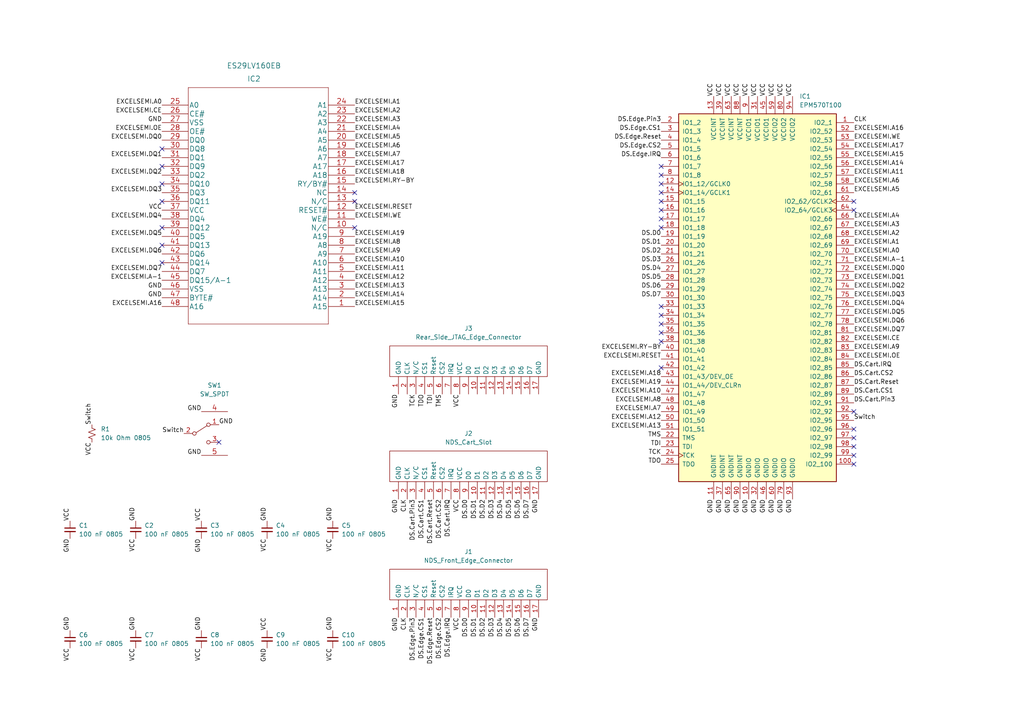
<source format=kicad_sch>
(kicad_sch (version 20211123) (generator eeschema)

  (uuid e63e39d7-6ac0-4ffd-8aa3-1841a4541b55)

  (paper "A4")

  (lib_symbols
    (symbol "CPLD_Altera:EPM570T100" (pin_names (offset 1.016)) (in_bom yes) (on_board yes)
      (property "Reference" "U" (id 0) (at 12.7 54.61 0)
        (effects (font (size 1.27 1.27)) (justify left))
      )
      (property "Value" "EPM570T100" (id 1) (at 12.7 -54.61 0)
        (effects (font (size 1.27 1.27)) (justify left))
      )
      (property "Footprint" "Package_QFP:LQFP-100_14x14mm_P0.5mm" (id 2) (at 12.7 -57.15 0)
        (effects (font (size 1.27 1.27)) (justify left) hide)
      )
      (property "Datasheet" "https://www.altera.com/content/dam/altera-www/global/en_US/pdfs/literature/hb/max2/max2_mii5v1.pdf" (id 3) (at 0 0 0)
        (effects (font (size 1.27 1.27)) hide)
      )
      (property "ki_locked" "" (id 4) (at 0 0 0)
        (effects (font (size 1.27 1.27)))
      )
      (property "ki_keywords" "MAX2 TQFP" (id 5) (at 0 0 0)
        (effects (font (size 1.27 1.27)) hide)
      )
      (property "ki_description" "Altera MAX2 CPLD with 570 LE" (id 6) (at 0 0 0)
        (effects (font (size 1.27 1.27)) hide)
      )
      (property "ki_fp_filters" "*QFP*P0.5mm*" (id 7) (at 0 0 0)
        (effects (font (size 1.27 1.27)) hide)
      )
      (symbol "EPM570T100_1_1"
        (rectangle (start -22.86 53.34) (end 22.86 -53.34)
          (stroke (width 0.254) (type default) (color 0 0 0 0))
          (fill (type background))
        )
        (pin bidirectional line (at 27.94 50.8 180) (length 5.08)
          (name "IO2_1" (effects (font (size 1.27 1.27))))
          (number "1" (effects (font (size 1.27 1.27))))
        )
        (pin power_in line (at -2.54 -58.42 90) (length 5.08)
          (name "GNDIO" (effects (font (size 1.27 1.27))))
          (number "10" (effects (font (size 1.27 1.27))))
        )
        (pin bidirectional line (at 27.94 -48.26 180) (length 5.08)
          (name "IO2_100" (effects (font (size 1.27 1.27))))
          (number "100" (effects (font (size 1.27 1.27))))
        )
        (pin power_in line (at -12.7 -58.42 90) (length 5.08)
          (name "GNDINT" (effects (font (size 1.27 1.27))))
          (number "11" (effects (font (size 1.27 1.27))))
        )
        (pin bidirectional clock (at -27.94 33.02 0) (length 5.08)
          (name "IO1_12/GCLK0" (effects (font (size 1.27 1.27))))
          (number "12" (effects (font (size 1.27 1.27))))
        )
        (pin power_in line (at -12.7 58.42 270) (length 5.08)
          (name "VCCINT" (effects (font (size 1.27 1.27))))
          (number "13" (effects (font (size 1.27 1.27))))
        )
        (pin bidirectional clock (at -27.94 30.48 0) (length 5.08)
          (name "IO1_14/GCLK1" (effects (font (size 1.27 1.27))))
          (number "14" (effects (font (size 1.27 1.27))))
        )
        (pin bidirectional line (at -27.94 27.94 0) (length 5.08)
          (name "IO1_15" (effects (font (size 1.27 1.27))))
          (number "15" (effects (font (size 1.27 1.27))))
        )
        (pin bidirectional line (at -27.94 25.4 0) (length 5.08)
          (name "IO1_16" (effects (font (size 1.27 1.27))))
          (number "16" (effects (font (size 1.27 1.27))))
        )
        (pin bidirectional line (at -27.94 22.86 0) (length 5.08)
          (name "IO1_17" (effects (font (size 1.27 1.27))))
          (number "17" (effects (font (size 1.27 1.27))))
        )
        (pin bidirectional line (at -27.94 20.32 0) (length 5.08)
          (name "IO1_18" (effects (font (size 1.27 1.27))))
          (number "18" (effects (font (size 1.27 1.27))))
        )
        (pin bidirectional line (at -27.94 17.78 0) (length 5.08)
          (name "IO1_19" (effects (font (size 1.27 1.27))))
          (number "19" (effects (font (size 1.27 1.27))))
        )
        (pin bidirectional line (at -27.94 50.8 0) (length 5.08)
          (name "IO1_2" (effects (font (size 1.27 1.27))))
          (number "2" (effects (font (size 1.27 1.27))))
        )
        (pin bidirectional line (at -27.94 15.24 0) (length 5.08)
          (name "IO1_20" (effects (font (size 1.27 1.27))))
          (number "20" (effects (font (size 1.27 1.27))))
        )
        (pin bidirectional line (at -27.94 12.7 0) (length 5.08)
          (name "IO1_21" (effects (font (size 1.27 1.27))))
          (number "21" (effects (font (size 1.27 1.27))))
        )
        (pin input line (at -27.94 -40.64 0) (length 5.08)
          (name "TMS" (effects (font (size 1.27 1.27))))
          (number "22" (effects (font (size 1.27 1.27))))
        )
        (pin input line (at -27.94 -43.18 0) (length 5.08)
          (name "TDI" (effects (font (size 1.27 1.27))))
          (number "23" (effects (font (size 1.27 1.27))))
        )
        (pin input clock (at -27.94 -45.72 0) (length 5.08)
          (name "TCK" (effects (font (size 1.27 1.27))))
          (number "24" (effects (font (size 1.27 1.27))))
        )
        (pin output line (at -27.94 -48.26 0) (length 5.08)
          (name "TDO" (effects (font (size 1.27 1.27))))
          (number "25" (effects (font (size 1.27 1.27))))
        )
        (pin bidirectional line (at -27.94 10.16 0) (length 5.08)
          (name "IO1_26" (effects (font (size 1.27 1.27))))
          (number "26" (effects (font (size 1.27 1.27))))
        )
        (pin bidirectional line (at -27.94 7.62 0) (length 5.08)
          (name "IO1_27" (effects (font (size 1.27 1.27))))
          (number "27" (effects (font (size 1.27 1.27))))
        )
        (pin bidirectional line (at -27.94 5.08 0) (length 5.08)
          (name "IO1_28" (effects (font (size 1.27 1.27))))
          (number "28" (effects (font (size 1.27 1.27))))
        )
        (pin bidirectional line (at -27.94 2.54 0) (length 5.08)
          (name "IO1_29" (effects (font (size 1.27 1.27))))
          (number "29" (effects (font (size 1.27 1.27))))
        )
        (pin bidirectional line (at -27.94 48.26 0) (length 5.08)
          (name "IO1_3" (effects (font (size 1.27 1.27))))
          (number "3" (effects (font (size 1.27 1.27))))
        )
        (pin bidirectional line (at -27.94 0 0) (length 5.08)
          (name "IO1_30" (effects (font (size 1.27 1.27))))
          (number "30" (effects (font (size 1.27 1.27))))
        )
        (pin power_in line (at 0 58.42 270) (length 5.08)
          (name "VCCIO1" (effects (font (size 1.27 1.27))))
          (number "31" (effects (font (size 1.27 1.27))))
        )
        (pin power_in line (at 0 -58.42 90) (length 5.08)
          (name "GNDIO" (effects (font (size 1.27 1.27))))
          (number "32" (effects (font (size 1.27 1.27))))
        )
        (pin bidirectional line (at -27.94 -2.54 0) (length 5.08)
          (name "IO1_33" (effects (font (size 1.27 1.27))))
          (number "33" (effects (font (size 1.27 1.27))))
        )
        (pin bidirectional line (at -27.94 -5.08 0) (length 5.08)
          (name "IO1_34" (effects (font (size 1.27 1.27))))
          (number "34" (effects (font (size 1.27 1.27))))
        )
        (pin bidirectional line (at -27.94 -7.62 0) (length 5.08)
          (name "IO1_35" (effects (font (size 1.27 1.27))))
          (number "35" (effects (font (size 1.27 1.27))))
        )
        (pin bidirectional line (at -27.94 -10.16 0) (length 5.08)
          (name "IO1_36" (effects (font (size 1.27 1.27))))
          (number "36" (effects (font (size 1.27 1.27))))
        )
        (pin power_in line (at -10.16 -58.42 90) (length 5.08)
          (name "GNDINT" (effects (font (size 1.27 1.27))))
          (number "37" (effects (font (size 1.27 1.27))))
        )
        (pin bidirectional line (at -27.94 -12.7 0) (length 5.08)
          (name "IO1_38" (effects (font (size 1.27 1.27))))
          (number "38" (effects (font (size 1.27 1.27))))
        )
        (pin power_in line (at -10.16 58.42 270) (length 5.08)
          (name "VCCINT" (effects (font (size 1.27 1.27))))
          (number "39" (effects (font (size 1.27 1.27))))
        )
        (pin bidirectional line (at -27.94 45.72 0) (length 5.08)
          (name "IO1_4" (effects (font (size 1.27 1.27))))
          (number "4" (effects (font (size 1.27 1.27))))
        )
        (pin bidirectional line (at -27.94 -15.24 0) (length 5.08)
          (name "IO1_40" (effects (font (size 1.27 1.27))))
          (number "40" (effects (font (size 1.27 1.27))))
        )
        (pin bidirectional line (at -27.94 -17.78 0) (length 5.08)
          (name "IO1_41" (effects (font (size 1.27 1.27))))
          (number "41" (effects (font (size 1.27 1.27))))
        )
        (pin bidirectional line (at -27.94 -20.32 0) (length 5.08)
          (name "IO1_42" (effects (font (size 1.27 1.27))))
          (number "42" (effects (font (size 1.27 1.27))))
        )
        (pin bidirectional line (at -27.94 -22.86 0) (length 5.08)
          (name "IO1_43/DEV_OE" (effects (font (size 1.27 1.27))))
          (number "43" (effects (font (size 1.27 1.27))))
        )
        (pin bidirectional line (at -27.94 -25.4 0) (length 5.08)
          (name "IO1_44/DEV_CLRn" (effects (font (size 1.27 1.27))))
          (number "44" (effects (font (size 1.27 1.27))))
        )
        (pin power_in line (at 2.54 58.42 270) (length 5.08)
          (name "VCCIO1" (effects (font (size 1.27 1.27))))
          (number "45" (effects (font (size 1.27 1.27))))
        )
        (pin power_in line (at 2.54 -58.42 90) (length 5.08)
          (name "GNDIO" (effects (font (size 1.27 1.27))))
          (number "46" (effects (font (size 1.27 1.27))))
        )
        (pin bidirectional line (at -27.94 -27.94 0) (length 5.08)
          (name "IO1_47" (effects (font (size 1.27 1.27))))
          (number "47" (effects (font (size 1.27 1.27))))
        )
        (pin bidirectional line (at -27.94 -30.48 0) (length 5.08)
          (name "IO1_48" (effects (font (size 1.27 1.27))))
          (number "48" (effects (font (size 1.27 1.27))))
        )
        (pin bidirectional line (at -27.94 -33.02 0) (length 5.08)
          (name "IO1_49" (effects (font (size 1.27 1.27))))
          (number "49" (effects (font (size 1.27 1.27))))
        )
        (pin bidirectional line (at -27.94 43.18 0) (length 5.08)
          (name "IO1_5" (effects (font (size 1.27 1.27))))
          (number "5" (effects (font (size 1.27 1.27))))
        )
        (pin bidirectional line (at -27.94 -35.56 0) (length 5.08)
          (name "IO1_50" (effects (font (size 1.27 1.27))))
          (number "50" (effects (font (size 1.27 1.27))))
        )
        (pin bidirectional line (at -27.94 -38.1 0) (length 5.08)
          (name "IO1_51" (effects (font (size 1.27 1.27))))
          (number "51" (effects (font (size 1.27 1.27))))
        )
        (pin bidirectional line (at 27.94 48.26 180) (length 5.08)
          (name "IO2_52" (effects (font (size 1.27 1.27))))
          (number "52" (effects (font (size 1.27 1.27))))
        )
        (pin bidirectional line (at 27.94 45.72 180) (length 5.08)
          (name "IO2_53" (effects (font (size 1.27 1.27))))
          (number "53" (effects (font (size 1.27 1.27))))
        )
        (pin bidirectional line (at 27.94 43.18 180) (length 5.08)
          (name "IO2_54" (effects (font (size 1.27 1.27))))
          (number "54" (effects (font (size 1.27 1.27))))
        )
        (pin bidirectional line (at 27.94 40.64 180) (length 5.08)
          (name "IO2_55" (effects (font (size 1.27 1.27))))
          (number "55" (effects (font (size 1.27 1.27))))
        )
        (pin bidirectional line (at 27.94 38.1 180) (length 5.08)
          (name "IO2_56" (effects (font (size 1.27 1.27))))
          (number "56" (effects (font (size 1.27 1.27))))
        )
        (pin bidirectional line (at 27.94 35.56 180) (length 5.08)
          (name "IO2_57" (effects (font (size 1.27 1.27))))
          (number "57" (effects (font (size 1.27 1.27))))
        )
        (pin bidirectional line (at 27.94 33.02 180) (length 5.08)
          (name "IO2_58" (effects (font (size 1.27 1.27))))
          (number "58" (effects (font (size 1.27 1.27))))
        )
        (pin power_in line (at 5.08 58.42 270) (length 5.08)
          (name "VCCIO2" (effects (font (size 1.27 1.27))))
          (number "59" (effects (font (size 1.27 1.27))))
        )
        (pin bidirectional line (at -27.94 40.64 0) (length 5.08)
          (name "IO1_6" (effects (font (size 1.27 1.27))))
          (number "6" (effects (font (size 1.27 1.27))))
        )
        (pin power_in line (at 5.08 -58.42 90) (length 5.08)
          (name "GNDIO" (effects (font (size 1.27 1.27))))
          (number "60" (effects (font (size 1.27 1.27))))
        )
        (pin bidirectional line (at 27.94 30.48 180) (length 5.08)
          (name "IO2_61" (effects (font (size 1.27 1.27))))
          (number "61" (effects (font (size 1.27 1.27))))
        )
        (pin bidirectional clock (at 27.94 27.94 180) (length 5.08)
          (name "IO2_62/GCLK2" (effects (font (size 1.27 1.27))))
          (number "62" (effects (font (size 1.27 1.27))))
        )
        (pin power_in line (at -7.62 58.42 270) (length 5.08)
          (name "VCCINT" (effects (font (size 1.27 1.27))))
          (number "63" (effects (font (size 1.27 1.27))))
        )
        (pin bidirectional clock (at 27.94 25.4 180) (length 5.08)
          (name "IO2_64/GCLK3" (effects (font (size 1.27 1.27))))
          (number "64" (effects (font (size 1.27 1.27))))
        )
        (pin power_in line (at -7.62 -58.42 90) (length 5.08)
          (name "GNDINT" (effects (font (size 1.27 1.27))))
          (number "65" (effects (font (size 1.27 1.27))))
        )
        (pin bidirectional line (at 27.94 22.86 180) (length 5.08)
          (name "IO2_66" (effects (font (size 1.27 1.27))))
          (number "66" (effects (font (size 1.27 1.27))))
        )
        (pin bidirectional line (at 27.94 20.32 180) (length 5.08)
          (name "IO2_67" (effects (font (size 1.27 1.27))))
          (number "67" (effects (font (size 1.27 1.27))))
        )
        (pin bidirectional line (at 27.94 17.78 180) (length 5.08)
          (name "IO2_68" (effects (font (size 1.27 1.27))))
          (number "68" (effects (font (size 1.27 1.27))))
        )
        (pin bidirectional line (at 27.94 15.24 180) (length 5.08)
          (name "IO2_69" (effects (font (size 1.27 1.27))))
          (number "69" (effects (font (size 1.27 1.27))))
        )
        (pin bidirectional line (at -27.94 38.1 0) (length 5.08)
          (name "IO1_7" (effects (font (size 1.27 1.27))))
          (number "7" (effects (font (size 1.27 1.27))))
        )
        (pin bidirectional line (at 27.94 12.7 180) (length 5.08)
          (name "IO2_70" (effects (font (size 1.27 1.27))))
          (number "70" (effects (font (size 1.27 1.27))))
        )
        (pin bidirectional line (at 27.94 10.16 180) (length 5.08)
          (name "IO2_71" (effects (font (size 1.27 1.27))))
          (number "71" (effects (font (size 1.27 1.27))))
        )
        (pin bidirectional line (at 27.94 7.62 180) (length 5.08)
          (name "IO2_72" (effects (font (size 1.27 1.27))))
          (number "72" (effects (font (size 1.27 1.27))))
        )
        (pin bidirectional line (at 27.94 5.08 180) (length 5.08)
          (name "IO2_73" (effects (font (size 1.27 1.27))))
          (number "73" (effects (font (size 1.27 1.27))))
        )
        (pin bidirectional line (at 27.94 2.54 180) (length 5.08)
          (name "IO2_74" (effects (font (size 1.27 1.27))))
          (number "74" (effects (font (size 1.27 1.27))))
        )
        (pin bidirectional line (at 27.94 0 180) (length 5.08)
          (name "IO2_75" (effects (font (size 1.27 1.27))))
          (number "75" (effects (font (size 1.27 1.27))))
        )
        (pin bidirectional line (at 27.94 -2.54 180) (length 5.08)
          (name "IO2_76" (effects (font (size 1.27 1.27))))
          (number "76" (effects (font (size 1.27 1.27))))
        )
        (pin bidirectional line (at 27.94 -5.08 180) (length 5.08)
          (name "IO2_77" (effects (font (size 1.27 1.27))))
          (number "77" (effects (font (size 1.27 1.27))))
        )
        (pin bidirectional line (at 27.94 -7.62 180) (length 5.08)
          (name "IO2_78" (effects (font (size 1.27 1.27))))
          (number "78" (effects (font (size 1.27 1.27))))
        )
        (pin power_in line (at 7.62 -58.42 90) (length 5.08)
          (name "GNDIO" (effects (font (size 1.27 1.27))))
          (number "79" (effects (font (size 1.27 1.27))))
        )
        (pin bidirectional line (at -27.94 35.56 0) (length 5.08)
          (name "IO1_8" (effects (font (size 1.27 1.27))))
          (number "8" (effects (font (size 1.27 1.27))))
        )
        (pin power_in line (at 7.62 58.42 270) (length 5.08)
          (name "VCCIO2" (effects (font (size 1.27 1.27))))
          (number "80" (effects (font (size 1.27 1.27))))
        )
        (pin bidirectional line (at 27.94 -10.16 180) (length 5.08)
          (name "IO2_81" (effects (font (size 1.27 1.27))))
          (number "81" (effects (font (size 1.27 1.27))))
        )
        (pin bidirectional line (at 27.94 -12.7 180) (length 5.08)
          (name "IO2_82" (effects (font (size 1.27 1.27))))
          (number "82" (effects (font (size 1.27 1.27))))
        )
        (pin bidirectional line (at 27.94 -15.24 180) (length 5.08)
          (name "IO2_83" (effects (font (size 1.27 1.27))))
          (number "83" (effects (font (size 1.27 1.27))))
        )
        (pin bidirectional line (at 27.94 -17.78 180) (length 5.08)
          (name "IO2_84" (effects (font (size 1.27 1.27))))
          (number "84" (effects (font (size 1.27 1.27))))
        )
        (pin bidirectional line (at 27.94 -20.32 180) (length 5.08)
          (name "IO2_85" (effects (font (size 1.27 1.27))))
          (number "85" (effects (font (size 1.27 1.27))))
        )
        (pin bidirectional line (at 27.94 -22.86 180) (length 5.08)
          (name "IO2_86" (effects (font (size 1.27 1.27))))
          (number "86" (effects (font (size 1.27 1.27))))
        )
        (pin bidirectional line (at 27.94 -25.4 180) (length 5.08)
          (name "IO2_87" (effects (font (size 1.27 1.27))))
          (number "87" (effects (font (size 1.27 1.27))))
        )
        (pin power_in line (at -5.08 58.42 270) (length 5.08)
          (name "VCCINT" (effects (font (size 1.27 1.27))))
          (number "88" (effects (font (size 1.27 1.27))))
        )
        (pin bidirectional line (at 27.94 -27.94 180) (length 5.08)
          (name "IO2_89" (effects (font (size 1.27 1.27))))
          (number "89" (effects (font (size 1.27 1.27))))
        )
        (pin power_in line (at -2.54 58.42 270) (length 5.08)
          (name "VCCIO1" (effects (font (size 1.27 1.27))))
          (number "9" (effects (font (size 1.27 1.27))))
        )
        (pin power_in line (at -5.08 -58.42 90) (length 5.08)
          (name "GNDINT" (effects (font (size 1.27 1.27))))
          (number "90" (effects (font (size 1.27 1.27))))
        )
        (pin bidirectional line (at 27.94 -30.48 180) (length 5.08)
          (name "IO2_91" (effects (font (size 1.27 1.27))))
          (number "91" (effects (font (size 1.27 1.27))))
        )
        (pin bidirectional line (at 27.94 -33.02 180) (length 5.08)
          (name "IO2_92" (effects (font (size 1.27 1.27))))
          (number "92" (effects (font (size 1.27 1.27))))
        )
        (pin power_in line (at 10.16 -58.42 90) (length 5.08)
          (name "GNDIO" (effects (font (size 1.27 1.27))))
          (number "93" (effects (font (size 1.27 1.27))))
        )
        (pin power_in line (at 10.16 58.42 270) (length 5.08)
          (name "VCCIO2" (effects (font (size 1.27 1.27))))
          (number "94" (effects (font (size 1.27 1.27))))
        )
        (pin bidirectional line (at 27.94 -35.56 180) (length 5.08)
          (name "IO2_95" (effects (font (size 1.27 1.27))))
          (number "95" (effects (font (size 1.27 1.27))))
        )
        (pin bidirectional line (at 27.94 -38.1 180) (length 5.08)
          (name "IO2_96" (effects (font (size 1.27 1.27))))
          (number "96" (effects (font (size 1.27 1.27))))
        )
        (pin bidirectional line (at 27.94 -40.64 180) (length 5.08)
          (name "IO2_97" (effects (font (size 1.27 1.27))))
          (number "97" (effects (font (size 1.27 1.27))))
        )
        (pin bidirectional line (at 27.94 -43.18 180) (length 5.08)
          (name "IO2_98" (effects (font (size 1.27 1.27))))
          (number "98" (effects (font (size 1.27 1.27))))
        )
        (pin bidirectional line (at 27.94 -45.72 180) (length 5.08)
          (name "IO2_99" (effects (font (size 1.27 1.27))))
          (number "99" (effects (font (size 1.27 1.27))))
        )
      )
    )
    (symbol "DSi Action Replay:C_Small" (pin_numbers hide) (pin_names (offset 0.254) hide) (in_bom yes) (on_board yes)
      (property "Reference" "C3" (id 0) (at 2.54 1.2765 0)
        (effects (font (size 1.27 1.27)) (justify right))
      )
      (property "Value" "10 pF" (id 1) (at 2.54 -1.2635 0)
        (effects (font (size 1.27 1.27)) (justify right))
      )
      (property "Footprint" "" (id 2) (at 0 0 0)
        (effects (font (size 1.27 1.27)) hide)
      )
      (property "Datasheet" "~" (id 3) (at 0 0 0)
        (effects (font (size 1.27 1.27)) hide)
      )
      (property "ki_keywords" "capacitor cap" (id 4) (at 0 0 0)
        (effects (font (size 1.27 1.27)) hide)
      )
      (property "ki_description" "Unpolarized capacitor, small symbol" (id 5) (at 0 0 0)
        (effects (font (size 1.27 1.27)) hide)
      )
      (property "ki_fp_filters" "C_*" (id 6) (at 0 0 0)
        (effects (font (size 1.27 1.27)) hide)
      )
      (symbol "C_Small_0_1"
        (polyline
          (pts
            (xy -1.524 -0.508)
            (xy 1.524 -0.508)
          )
          (stroke (width 0.3302) (type default) (color 0 0 0 0))
          (fill (type none))
        )
        (polyline
          (pts
            (xy -1.524 0.508)
            (xy 1.524 0.508)
          )
          (stroke (width 0.3048) (type default) (color 0 0 0 0))
          (fill (type none))
        )
      )
      (symbol "C_Small_1_1"
        (pin passive line (at 0 -2.54 90) (length 2.032)
          (name "~" (effects (font (size 1.27 1.27))))
          (number "1" (effects (font (size 1.27 1.27))))
        )
        (pin passive line (at 0 2.54 270) (length 2.032)
          (name "~" (effects (font (size 1.27 1.27))))
          (number "2" (effects (font (size 1.27 1.27))))
        )
      )
    )
    (symbol "DSi Action Replay:EN29LV320BT" (pin_names (offset 0.254)) (in_bom yes) (on_board yes)
      (property "Reference" "U?" (id 0) (at 27.94 11.43 0)
        (effects (font (size 1.524 1.524)))
      )
      (property "Value" "ES29LV160EB" (id 1) (at 27.94 7.62 0)
        (effects (font (size 1.524 1.524)))
      )
      (property "Footprint" "TSOP48_EKE_SST_MCH" (id 2) (at 27.94 6.096 0)
        (effects (font (size 1.524 1.524)) hide)
      )
      (property "Datasheet" "" (id 3) (at 0 0 0)
        (effects (font (size 1.524 1.524)))
      )
      (property "ki_locked" "" (id 4) (at 0 0 0)
        (effects (font (size 1.27 1.27)))
      )
      (property "ki_fp_filters" "TSOP48_EKE_SST_MCH TSOP48_EKE_SST_MCH-M TSOP48_EKE_SST_MCH-L" (id 5) (at 0 0 0)
        (effects (font (size 1.27 1.27)) hide)
      )
      (symbol "EN29LV320BT_1_1"
        (polyline
          (pts
            (xy 7.62 -63.5)
            (xy 48.26 -63.5)
          )
          (stroke (width 0.127) (type default) (color 0 0 0 0))
          (fill (type none))
        )
        (polyline
          (pts
            (xy 7.62 5.08)
            (xy 7.62 -63.5)
          )
          (stroke (width 0.127) (type default) (color 0 0 0 0))
          (fill (type none))
        )
        (polyline
          (pts
            (xy 48.26 -63.5)
            (xy 48.26 5.08)
          )
          (stroke (width 0.127) (type default) (color 0 0 0 0))
          (fill (type none))
        )
        (polyline
          (pts
            (xy 48.26 5.08)
            (xy 7.62 5.08)
          )
          (stroke (width 0.127) (type default) (color 0 0 0 0))
          (fill (type none))
        )
        (pin input line (at 0 0 0) (length 7.62)
          (name "A15" (effects (font (size 1.4986 1.4986))))
          (number "1" (effects (font (size 1.4986 1.4986))))
        )
        (pin input line (at 0 -22.86 0) (length 7.62)
          (name "N/C" (effects (font (size 1.4986 1.4986))))
          (number "10" (effects (font (size 1.4986 1.4986))))
        )
        (pin input line (at 0 -25.4 0) (length 7.62)
          (name "WE#" (effects (font (size 1.4986 1.4986))))
          (number "11" (effects (font (size 1.4986 1.4986))))
        )
        (pin input line (at 0 -27.94 0) (length 7.62)
          (name "RESET#" (effects (font (size 1.4986 1.4986))))
          (number "12" (effects (font (size 1.4986 1.4986))))
        )
        (pin no_connect line (at 0 -30.48 0) (length 7.62)
          (name "N/C" (effects (font (size 1.4986 1.4986))))
          (number "13" (effects (font (size 1.4986 1.4986))))
        )
        (pin input line (at 0 -33.02 0) (length 7.62)
          (name "NC" (effects (font (size 1.4986 1.4986))))
          (number "14" (effects (font (size 1.4986 1.4986))))
        )
        (pin input line (at 0 -35.56 0) (length 7.62)
          (name "RY/BY#" (effects (font (size 1.4986 1.4986))))
          (number "15" (effects (font (size 1.4986 1.4986))))
        )
        (pin input line (at 0 -38.1 0) (length 7.62)
          (name "A18" (effects (font (size 1.4986 1.4986))))
          (number "16" (effects (font (size 1.4986 1.4986))))
        )
        (pin input line (at 0 -40.64 0) (length 7.62)
          (name "A17" (effects (font (size 1.4986 1.4986))))
          (number "17" (effects (font (size 1.4986 1.4986))))
        )
        (pin input line (at 0 -43.18 0) (length 7.62)
          (name "A7" (effects (font (size 1.4986 1.4986))))
          (number "18" (effects (font (size 1.4986 1.4986))))
        )
        (pin input line (at 0 -45.72 0) (length 7.62)
          (name "A6" (effects (font (size 1.4986 1.4986))))
          (number "19" (effects (font (size 1.4986 1.4986))))
        )
        (pin input line (at 0 -2.54 0) (length 7.62)
          (name "A14" (effects (font (size 1.4986 1.4986))))
          (number "2" (effects (font (size 1.4986 1.4986))))
        )
        (pin input line (at 0 -48.26 0) (length 7.62)
          (name "A5" (effects (font (size 1.4986 1.4986))))
          (number "20" (effects (font (size 1.4986 1.4986))))
        )
        (pin input line (at 0 -50.8 0) (length 7.62)
          (name "A4" (effects (font (size 1.4986 1.4986))))
          (number "21" (effects (font (size 1.4986 1.4986))))
        )
        (pin input line (at 0 -53.34 0) (length 7.62)
          (name "A3" (effects (font (size 1.4986 1.4986))))
          (number "22" (effects (font (size 1.4986 1.4986))))
        )
        (pin input line (at 0 -55.88 0) (length 7.62)
          (name "A2" (effects (font (size 1.4986 1.4986))))
          (number "23" (effects (font (size 1.4986 1.4986))))
        )
        (pin input line (at 0 -58.42 0) (length 7.62)
          (name "A1" (effects (font (size 1.4986 1.4986))))
          (number "24" (effects (font (size 1.4986 1.4986))))
        )
        (pin input line (at 55.88 -58.42 180) (length 7.62)
          (name "A0" (effects (font (size 1.4986 1.4986))))
          (number "25" (effects (font (size 1.4986 1.4986))))
        )
        (pin input line (at 55.88 -55.88 180) (length 7.62)
          (name "CE#" (effects (font (size 1.4986 1.4986))))
          (number "26" (effects (font (size 1.4986 1.4986))))
        )
        (pin power_in line (at 55.88 -53.34 180) (length 7.62)
          (name "VSS" (effects (font (size 1.4986 1.4986))))
          (number "27" (effects (font (size 1.4986 1.4986))))
        )
        (pin input line (at 55.88 -50.8 180) (length 7.62)
          (name "OE#" (effects (font (size 1.4986 1.4986))))
          (number "28" (effects (font (size 1.4986 1.4986))))
        )
        (pin bidirectional line (at 55.88 -48.26 180) (length 7.62)
          (name "DQ0" (effects (font (size 1.4986 1.4986))))
          (number "29" (effects (font (size 1.4986 1.4986))))
        )
        (pin input line (at 0 -5.08 0) (length 7.62)
          (name "A13" (effects (font (size 1.4986 1.4986))))
          (number "3" (effects (font (size 1.4986 1.4986))))
        )
        (pin bidirectional line (at 55.88 -45.72 180) (length 7.62)
          (name "DQ8" (effects (font (size 1.4986 1.4986))))
          (number "30" (effects (font (size 1.4986 1.4986))))
        )
        (pin bidirectional line (at 55.88 -43.18 180) (length 7.62)
          (name "DQ1" (effects (font (size 1.4986 1.4986))))
          (number "31" (effects (font (size 1.4986 1.4986))))
        )
        (pin bidirectional line (at 55.88 -40.64 180) (length 7.62)
          (name "DQ9" (effects (font (size 1.4986 1.4986))))
          (number "32" (effects (font (size 1.4986 1.4986))))
        )
        (pin bidirectional line (at 55.88 -38.1 180) (length 7.62)
          (name "DQ2" (effects (font (size 1.4986 1.4986))))
          (number "33" (effects (font (size 1.4986 1.4986))))
        )
        (pin bidirectional line (at 55.88 -35.56 180) (length 7.62)
          (name "DQ10" (effects (font (size 1.4986 1.4986))))
          (number "34" (effects (font (size 1.4986 1.4986))))
        )
        (pin bidirectional line (at 55.88 -33.02 180) (length 7.62)
          (name "DQ3" (effects (font (size 1.4986 1.4986))))
          (number "35" (effects (font (size 1.4986 1.4986))))
        )
        (pin bidirectional line (at 55.88 -30.48 180) (length 7.62)
          (name "DQ11" (effects (font (size 1.4986 1.4986))))
          (number "36" (effects (font (size 1.4986 1.4986))))
        )
        (pin power_in line (at 55.88 -27.94 180) (length 7.62)
          (name "VCC" (effects (font (size 1.4986 1.4986))))
          (number "37" (effects (font (size 1.4986 1.4986))))
        )
        (pin bidirectional line (at 55.88 -25.4 180) (length 7.62)
          (name "DQ4" (effects (font (size 1.4986 1.4986))))
          (number "38" (effects (font (size 1.4986 1.4986))))
        )
        (pin bidirectional line (at 55.88 -22.86 180) (length 7.62)
          (name "DQ12" (effects (font (size 1.4986 1.4986))))
          (number "39" (effects (font (size 1.4986 1.4986))))
        )
        (pin input line (at 0 -7.62 0) (length 7.62)
          (name "A12" (effects (font (size 1.4986 1.4986))))
          (number "4" (effects (font (size 1.4986 1.4986))))
        )
        (pin bidirectional line (at 55.88 -20.32 180) (length 7.62)
          (name "DQ5" (effects (font (size 1.4986 1.4986))))
          (number "40" (effects (font (size 1.4986 1.4986))))
        )
        (pin bidirectional line (at 55.88 -17.78 180) (length 7.62)
          (name "DQ13" (effects (font (size 1.4986 1.4986))))
          (number "41" (effects (font (size 1.4986 1.4986))))
        )
        (pin bidirectional line (at 55.88 -15.24 180) (length 7.62)
          (name "DQ6" (effects (font (size 1.4986 1.4986))))
          (number "42" (effects (font (size 1.4986 1.4986))))
        )
        (pin bidirectional line (at 55.88 -12.7 180) (length 7.62)
          (name "DQ14" (effects (font (size 1.4986 1.4986))))
          (number "43" (effects (font (size 1.4986 1.4986))))
        )
        (pin bidirectional line (at 55.88 -10.16 180) (length 7.62)
          (name "DQ7" (effects (font (size 1.4986 1.4986))))
          (number "44" (effects (font (size 1.4986 1.4986))))
        )
        (pin bidirectional line (at 55.88 -7.62 180) (length 7.62)
          (name "DQ15/A-1" (effects (font (size 1.4986 1.4986))))
          (number "45" (effects (font (size 1.4986 1.4986))))
        )
        (pin power_in line (at 55.88 -5.08 180) (length 7.62)
          (name "VSS" (effects (font (size 1.4986 1.4986))))
          (number "46" (effects (font (size 1.4986 1.4986))))
        )
        (pin input line (at 55.88 -2.54 180) (length 7.62)
          (name "BYTE#" (effects (font (size 1.4986 1.4986))))
          (number "47" (effects (font (size 1.4986 1.4986))))
        )
        (pin input line (at 55.88 0 180) (length 7.62)
          (name "A16" (effects (font (size 1.4986 1.4986))))
          (number "48" (effects (font (size 1.4986 1.4986))))
        )
        (pin input line (at 0 -10.16 0) (length 7.62)
          (name "A11" (effects (font (size 1.4986 1.4986))))
          (number "5" (effects (font (size 1.4986 1.4986))))
        )
        (pin input line (at 0 -12.7 0) (length 7.62)
          (name "A10" (effects (font (size 1.4986 1.4986))))
          (number "6" (effects (font (size 1.4986 1.4986))))
        )
        (pin input line (at 0 -15.24 0) (length 7.62)
          (name "A9" (effects (font (size 1.4986 1.4986))))
          (number "7" (effects (font (size 1.4986 1.4986))))
        )
        (pin input line (at 0 -17.78 0) (length 7.62)
          (name "A8" (effects (font (size 1.4986 1.4986))))
          (number "8" (effects (font (size 1.4986 1.4986))))
        )
        (pin input line (at 0 -20.32 0) (length 7.62)
          (name "A19" (effects (font (size 1.4986 1.4986))))
          (number "9" (effects (font (size 1.4986 1.4986))))
        )
      )
    )
    (symbol "DSi Action Replay:R_Small_US" (pin_numbers hide) (pin_names (offset 0.254) hide) (in_bom yes) (on_board yes)
      (property "Reference" "R1" (id 0) (at 2.54 1.2701 0)
        (effects (font (size 1.27 1.27)) (justify left))
      )
      (property "Value" "102" (id 1) (at 2.54 -1.2699 0)
        (effects (font (size 1.27 1.27)) (justify left))
      )
      (property "Footprint" "" (id 2) (at 0 0 0)
        (effects (font (size 1.27 1.27)) hide)
      )
      (property "Datasheet" "~" (id 3) (at 0 0 0)
        (effects (font (size 1.27 1.27)) hide)
      )
      (property "ki_keywords" "r resistor" (id 4) (at 0 0 0)
        (effects (font (size 1.27 1.27)) hide)
      )
      (property "ki_description" "Resistor, small US symbol" (id 5) (at 0 0 0)
        (effects (font (size 1.27 1.27)) hide)
      )
      (property "ki_fp_filters" "R_*" (id 6) (at 0 0 0)
        (effects (font (size 1.27 1.27)) hide)
      )
      (symbol "R_Small_US_1_1"
        (polyline
          (pts
            (xy 0 0)
            (xy 1.016 -0.381)
            (xy 0 -0.762)
            (xy -1.016 -1.143)
            (xy 0 -1.524)
          )
          (stroke (width 0) (type default) (color 0 0 0 0))
          (fill (type none))
        )
        (polyline
          (pts
            (xy 0 1.524)
            (xy 1.016 1.143)
            (xy 0 0.762)
            (xy -1.016 0.381)
            (xy 0 0)
          )
          (stroke (width 0) (type default) (color 0 0 0 0))
          (fill (type none))
        )
        (pin passive line (at 0 -2.54 90) (length 1.016)
          (name "~" (effects (font (size 1.27 1.27))))
          (number "1" (effects (font (size 1.27 1.27))))
        )
        (pin passive line (at 0 2.54 270) (length 1.016)
          (name "~" (effects (font (size 1.27 1.27))))
          (number "2" (effects (font (size 1.27 1.27))))
        )
      )
    )
    (symbol "GBA:NDS_Cart_Slot" (in_bom yes) (on_board yes)
      (property "Reference" "U?" (id 0) (at 0 5.08 0)
        (effects (font (size 1.27 1.27)))
      )
      (property "Value" "NDS_Edge_Connector" (id 1) (at 0 2.54 0)
        (effects (font (size 1.27 1.27)))
      )
      (property "Footprint" "" (id 2) (at 0 3.81 0)
        (effects (font (size 1.27 1.27)) hide)
      )
      (property "Datasheet" "" (id 3) (at 0 3.81 0)
        (effects (font (size 1.27 1.27)) hide)
      )
      (symbol "NDS_Cart_Slot_0_0"
        (pin power_in line (at -20.32 -13.97 90) (length 5.08)
          (name "GND" (effects (font (size 1.27 1.27))))
          (number "1" (effects (font (size 1.27 1.27))))
        )
        (pin bidirectional line (at 2.54 -13.97 90) (length 5.08)
          (name "D1" (effects (font (size 1.27 1.27))))
          (number "10" (effects (font (size 1.27 1.27))))
        )
        (pin bidirectional line (at 5.08 -13.97 90) (length 5.08)
          (name "D2" (effects (font (size 1.27 1.27))))
          (number "11" (effects (font (size 1.27 1.27))))
        )
        (pin bidirectional line (at 7.62 -13.97 90) (length 5.08)
          (name "D3" (effects (font (size 1.27 1.27))))
          (number "12" (effects (font (size 1.27 1.27))))
        )
        (pin bidirectional line (at 10.16 -13.97 90) (length 5.08)
          (name "D4" (effects (font (size 1.27 1.27))))
          (number "13" (effects (font (size 1.27 1.27))))
        )
        (pin bidirectional line (at 12.7 -13.97 90) (length 5.08)
          (name "D5" (effects (font (size 1.27 1.27))))
          (number "14" (effects (font (size 1.27 1.27))))
        )
        (pin bidirectional line (at 15.24 -13.97 90) (length 5.08)
          (name "D6" (effects (font (size 1.27 1.27))))
          (number "15" (effects (font (size 1.27 1.27))))
        )
        (pin bidirectional line (at 17.78 -13.97 90) (length 5.08)
          (name "D7" (effects (font (size 1.27 1.27))))
          (number "16" (effects (font (size 1.27 1.27))))
        )
        (pin power_in line (at 20.32 -13.97 90) (length 5.08)
          (name "GND" (effects (font (size 1.27 1.27))))
          (number "17" (effects (font (size 1.27 1.27))))
        )
        (pin input line (at -17.78 -13.97 90) (length 5.08)
          (name "CLK" (effects (font (size 1.27 1.27))))
          (number "2" (effects (font (size 1.27 1.27))))
        )
        (pin input line (at -15.24 -13.97 90) (length 5.08)
          (name "N/C" (effects (font (size 1.27 1.27))))
          (number "3" (effects (font (size 1.27 1.27))))
        )
        (pin input line (at -12.7 -13.97 90) (length 5.08)
          (name "CS1" (effects (font (size 1.27 1.27))))
          (number "4" (effects (font (size 1.27 1.27))))
        )
        (pin input line (at -10.16 -13.97 90) (length 5.08)
          (name "Reset" (effects (font (size 1.27 1.27))))
          (number "5" (effects (font (size 1.27 1.27))))
        )
        (pin input line (at -7.62 -13.97 90) (length 5.08)
          (name "CS2" (effects (font (size 1.27 1.27))))
          (number "6" (effects (font (size 1.27 1.27))))
        )
        (pin input line (at -5.08 -13.97 90) (length 5.08)
          (name "IRQ" (effects (font (size 1.27 1.27))))
          (number "7" (effects (font (size 1.27 1.27))))
        )
        (pin power_in line (at -2.54 -13.97 90) (length 5.08)
          (name "VCC" (effects (font (size 1.27 1.27))))
          (number "8" (effects (font (size 1.27 1.27))))
        )
        (pin bidirectional line (at 0 -13.97 90) (length 5.08)
          (name "D0" (effects (font (size 1.27 1.27))))
          (number "9" (effects (font (size 1.27 1.27))))
        )
      )
      (symbol "NDS_Cart_Slot_0_1"
        (rectangle (start -22.86 0) (end 22.86 -8.89)
          (stroke (width 0) (type default) (color 0 0 0 0))
          (fill (type none))
        )
      )
    )
    (symbol "NDS_Cart_Slot_1" (in_bom yes) (on_board yes)
      (property "Reference" "U?" (id 0) (at 0 5.08 0)
        (effects (font (size 1.27 1.27)))
      )
      (property "Value" "NDS_Cart_Slot" (id 1) (at 0 2.54 0)
        (effects (font (size 1.27 1.27)))
      )
      (property "Footprint" "" (id 2) (at 0 3.81 0)
        (effects (font (size 1.27 1.27)) hide)
      )
      (property "Datasheet" "" (id 3) (at 0 3.81 0)
        (effects (font (size 1.27 1.27)) hide)
      )
      (symbol "NDS_Cart_Slot_1_0_0"
        (pin power_in line (at -20.32 -13.97 90) (length 5.08)
          (name "GND" (effects (font (size 1.27 1.27))))
          (number "1" (effects (font (size 1.27 1.27))))
        )
        (pin bidirectional line (at 2.54 -13.97 90) (length 5.08)
          (name "D1" (effects (font (size 1.27 1.27))))
          (number "10" (effects (font (size 1.27 1.27))))
        )
        (pin bidirectional line (at 5.08 -13.97 90) (length 5.08)
          (name "D2" (effects (font (size 1.27 1.27))))
          (number "11" (effects (font (size 1.27 1.27))))
        )
        (pin bidirectional line (at 7.62 -13.97 90) (length 5.08)
          (name "D3" (effects (font (size 1.27 1.27))))
          (number "12" (effects (font (size 1.27 1.27))))
        )
        (pin bidirectional line (at 10.16 -13.97 90) (length 5.08)
          (name "D4" (effects (font (size 1.27 1.27))))
          (number "13" (effects (font (size 1.27 1.27))))
        )
        (pin bidirectional line (at 12.7 -13.97 90) (length 5.08)
          (name "D5" (effects (font (size 1.27 1.27))))
          (number "14" (effects (font (size 1.27 1.27))))
        )
        (pin bidirectional line (at 15.24 -13.97 90) (length 5.08)
          (name "D6" (effects (font (size 1.27 1.27))))
          (number "15" (effects (font (size 1.27 1.27))))
        )
        (pin bidirectional line (at 17.78 -13.97 90) (length 5.08)
          (name "D7" (effects (font (size 1.27 1.27))))
          (number "16" (effects (font (size 1.27 1.27))))
        )
        (pin power_in line (at 20.32 -13.97 90) (length 5.08)
          (name "GND" (effects (font (size 1.27 1.27))))
          (number "17" (effects (font (size 1.27 1.27))))
        )
        (pin input line (at -17.78 -13.97 90) (length 5.08)
          (name "CLK" (effects (font (size 1.27 1.27))))
          (number "2" (effects (font (size 1.27 1.27))))
        )
        (pin input line (at -15.24 -13.97 90) (length 5.08)
          (name "N/C" (effects (font (size 1.27 1.27))))
          (number "3" (effects (font (size 1.27 1.27))))
        )
        (pin input line (at -12.7 -13.97 90) (length 5.08)
          (name "CS1" (effects (font (size 1.27 1.27))))
          (number "4" (effects (font (size 1.27 1.27))))
        )
        (pin input line (at -10.16 -13.97 90) (length 5.08)
          (name "Reset" (effects (font (size 1.27 1.27))))
          (number "5" (effects (font (size 1.27 1.27))))
        )
        (pin input line (at -7.62 -13.97 90) (length 5.08)
          (name "CS2" (effects (font (size 1.27 1.27))))
          (number "6" (effects (font (size 1.27 1.27))))
        )
        (pin input line (at -5.08 -13.97 90) (length 5.08)
          (name "IRQ" (effects (font (size 1.27 1.27))))
          (number "7" (effects (font (size 1.27 1.27))))
        )
        (pin power_in line (at -2.54 -13.97 90) (length 5.08)
          (name "VCC" (effects (font (size 1.27 1.27))))
          (number "8" (effects (font (size 1.27 1.27))))
        )
        (pin bidirectional line (at 0 -13.97 90) (length 5.08)
          (name "D0" (effects (font (size 1.27 1.27))))
          (number "9" (effects (font (size 1.27 1.27))))
        )
      )
      (symbol "NDS_Cart_Slot_1_0_1"
        (rectangle (start -22.86 0) (end 22.86 -8.89)
          (stroke (width 0) (type default) (color 0 0 0 0))
          (fill (type none))
        )
      )
    )
    (symbol "Switch:SW_SPDT" (pin_names (offset 0) hide) (in_bom yes) (on_board yes)
      (property "Reference" "SW?" (id 0) (at 0 13.97 0)
        (effects (font (size 1.27 1.27)))
      )
      (property "Value" "SW_SPDT" (id 1) (at 0 11.43 0)
        (effects (font (size 1.27 1.27)))
      )
      (property "Footprint" "" (id 2) (at 0 0 0)
        (effects (font (size 1.27 1.27)) hide)
      )
      (property "Datasheet" "~" (id 3) (at 0 0 0)
        (effects (font (size 1.27 1.27)) hide)
      )
      (property "ki_keywords" "switch single-pole double-throw spdt ON-ON" (id 4) (at 0 0 0)
        (effects (font (size 1.27 1.27)) hide)
      )
      (property "ki_description" "Switch, single pole double throw" (id 5) (at 0 0 0)
        (effects (font (size 1.27 1.27)) hide)
      )
      (symbol "SW_SPDT_0_0"
        (circle (center -2.032 0) (radius 0.508)
          (stroke (width 0) (type default) (color 0 0 0 0))
          (fill (type none))
        )
        (circle (center 2.032 -2.54) (radius 0.508)
          (stroke (width 0) (type default) (color 0 0 0 0))
          (fill (type none))
        )
      )
      (symbol "SW_SPDT_0_1"
        (polyline
          (pts
            (xy -1.524 0.254)
            (xy 1.651 2.286)
          )
          (stroke (width 0) (type default) (color 0 0 0 0))
          (fill (type none))
        )
        (circle (center 2.032 2.54) (radius 0.508)
          (stroke (width 0) (type default) (color 0 0 0 0))
          (fill (type none))
        )
      )
      (symbol "SW_SPDT_1_1"
        (pin passive line (at 5.08 2.54 180) (length 2.54)
          (name "A" (effects (font (size 1.27 1.27))))
          (number "1" (effects (font (size 1.27 1.27))))
        )
        (pin passive line (at -5.08 0 0) (length 2.54)
          (name "B" (effects (font (size 1.27 1.27))))
          (number "2" (effects (font (size 1.27 1.27))))
        )
        (pin passive line (at 5.08 -2.54 180) (length 2.54)
          (name "C" (effects (font (size 1.27 1.27))))
          (number "3" (effects (font (size 1.27 1.27))))
        )
        (pin passive line (at 0 6.35 0) (length 7.62)
          (name "Shield" (effects (font (size 1.4986 1.4986))))
          (number "4" (effects (font (size 1.4986 1.4986))))
        )
        (pin passive line (at 0 -6.35 0) (length 7.62)
          (name "Shield" (effects (font (size 1.4986 1.4986))))
          (number "5" (effects (font (size 1.4986 1.4986))))
        )
      )
    )
  )


  (no_connect (at 191.77 88.9) (uuid 02399e83-68ff-4c1f-ae4c-58d1eac7157c))
  (no_connect (at 247.65 124.46) (uuid 089f2e38-34d4-4569-a93b-2a830bf11600))
  (no_connect (at 46.99 43.18) (uuid 0a20715a-9798-43b5-95dd-c7698731ad50))
  (no_connect (at 247.65 129.54) (uuid 0e09c0d3-1b3c-4598-87e1-7808d0ff2644))
  (no_connect (at 247.65 58.42) (uuid 1d079ab1-6b57-4de3-bc37-ceed579a63e3))
  (no_connect (at 46.99 53.34) (uuid 25f4ec7e-d2b6-41fb-8837-4faa0087c2d3))
  (no_connect (at 63.5 128.27) (uuid 2fe27e2b-855b-4adb-b911-92c81694cd4e))
  (no_connect (at 191.77 55.88) (uuid 39ea6b1a-37fe-4055-a34f-84a914f96428))
  (no_connect (at 191.77 99.06) (uuid 4276bf30-a877-4df5-9db3-e81159cbc4e8))
  (no_connect (at 191.77 66.04) (uuid 45fca861-b801-4757-9325-9a86b5d47fa4))
  (no_connect (at 191.77 91.44) (uuid 47f7a312-a8ca-4183-9f69-5679f95c31b7))
  (no_connect (at 191.77 53.34) (uuid 5044afda-f1cb-40c1-8eda-492a640146da))
  (no_connect (at 191.77 50.8) (uuid 53a93f14-76a8-4628-b10b-0716428eccbc))
  (no_connect (at 46.99 66.04) (uuid 6c3918ed-9ab2-4feb-a8ba-abf320ed94fe))
  (no_connect (at 247.65 60.96) (uuid 70ebee00-3b56-4252-b824-0a2783ba5bb6))
  (no_connect (at 247.65 132.08) (uuid 7b40015c-ffa3-42fa-b690-b27287dbb2eb))
  (no_connect (at 191.77 63.5) (uuid 7c2867c7-a9aa-4e57-a09d-024757b2b090))
  (no_connect (at 191.77 96.52) (uuid 8b8150de-8213-4484-a405-a0ce300529ef))
  (no_connect (at 247.65 119.38) (uuid a23e47d3-66f9-481f-9ee8-307b47a101e6))
  (no_connect (at 191.77 58.42) (uuid bb9079c1-6e05-4419-9cfd-c52c5cb142e1))
  (no_connect (at 102.87 66.04) (uuid bccfab06-80c4-4993-8c19-430a40e7959e))
  (no_connect (at 191.77 106.68) (uuid c1ddcd75-b964-41d2-b552-2faf55c0aefd))
  (no_connect (at 46.99 76.2) (uuid c9130a96-a2ef-4f17-b8ef-38a1a097dba7))
  (no_connect (at 102.87 58.42) (uuid d287e2d1-bc6d-4edb-a14a-f31c1e3438d2))
  (no_connect (at 46.99 71.12) (uuid daa4ee5d-a7be-4395-a2f0-f76eaa48571a))
  (no_connect (at 191.77 93.98) (uuid e3d86b30-e15a-4df5-83fc-437a26ecaafe))
  (no_connect (at 191.77 48.26) (uuid e96c0cb6-81df-4432-ae73-9b9726a64200))
  (no_connect (at 247.65 127) (uuid f19adcdf-3ac3-40a4-a223-694f34fea214))
  (no_connect (at 247.65 134.62) (uuid f2edfda4-4a34-4580-8d8d-8d9622e1831e))
  (no_connect (at 191.77 60.96) (uuid f88d02ea-2771-4cd9-a158-6db392863e63))
  (no_connect (at 102.87 55.88) (uuid facd6ee1-fa68-4996-9c0e-dd764a9ad8d2))
  (no_connect (at 46.99 48.26) (uuid fd18c19c-08b8-487c-90fb-cd89b9bf6fa5))
  (no_connect (at 46.99 58.42) (uuid ff83cfc4-7da9-42bf-a27e-1049ba902af8))

  (label "EXCELSEMI.DQ4" (at 247.65 88.9 0)
    (effects (font (size 1.27 1.27)) (justify left bottom))
    (uuid 00ca31a0-f629-410f-a197-dc8db2e8ebad)
  )
  (label "DS.D0" (at 135.89 144.78 270)
    (effects (font (size 1.27 1.27)) (justify right bottom))
    (uuid 0143aeaf-b91e-461c-986d-d5dc992e2ab5)
  )
  (label "EXCELSEMI.RESET" (at 191.77 104.14 180)
    (effects (font (size 1.27 1.27)) (justify right bottom))
    (uuid 026c093a-8623-4465-bf3e-de950fbc6db2)
  )
  (label "VCC" (at 58.42 187.96 270)
    (effects (font (size 1.27 1.27)) (justify right bottom))
    (uuid 04227fa4-8c8b-4fb3-9534-e3bdb2f19f57)
  )
  (label "VCC" (at 217.17 27.94 90)
    (effects (font (size 1.27 1.27)) (justify left bottom))
    (uuid 051c2974-6a56-4604-b05c-1831eb978cc8)
  )
  (label "GND" (at 224.79 144.78 270)
    (effects (font (size 1.27 1.27)) (justify right bottom))
    (uuid 05b4aed8-ab81-48f0-ad72-48a8a1a2a9a4)
  )
  (label "EXCELSEMI.A2" (at 247.65 68.58 0)
    (effects (font (size 1.27 1.27)) (justify left bottom))
    (uuid 073e4cc2-a86e-43f4-8263-b1da27e881d0)
  )
  (label "GND" (at 217.17 144.78 270)
    (effects (font (size 1.27 1.27)) (justify right bottom))
    (uuid 07688e9b-9909-4cf5-a7c5-7a4614b61808)
  )
  (label "VCC" (at 222.25 27.94 90)
    (effects (font (size 1.27 1.27)) (justify left bottom))
    (uuid 0896008a-5fb2-4c2c-9f4b-d810921097eb)
  )
  (label "EXCELSEMI.OE" (at 46.99 38.1 180)
    (effects (font (size 1.27 1.27)) (justify right bottom))
    (uuid 0c4f46da-cd2f-4f35-9cf6-933e1464e711)
  )
  (label "DS.Cart.IRQ" (at 247.65 106.68 0)
    (effects (font (size 1.27 1.27)) (justify left bottom))
    (uuid 0ddae86d-1475-4dc0-a211-26ffb0864991)
  )
  (label "GND" (at 96.52 151.13 90)
    (effects (font (size 1.27 1.27)) (justify left bottom))
    (uuid 0e4ee34b-6b7a-49ec-804f-0234eb12dd5b)
  )
  (label "VCC" (at 20.32 151.13 90)
    (effects (font (size 1.27 1.27)) (justify left bottom))
    (uuid 111902b7-7a87-4ca2-8980-f10b6997d494)
  )
  (label "EXCELSEMI.RY-BY" (at 102.87 53.34 0)
    (effects (font (size 1.27 1.27)) (justify left bottom))
    (uuid 14a9ab8f-f770-4b51-9e01-8650841d8770)
  )
  (label "EXCELSEMI.DQ0" (at 247.65 78.74 0)
    (effects (font (size 1.27 1.27)) (justify left bottom))
    (uuid 150fdf1a-24c1-4fa6-a333-6156b0abbb84)
  )
  (label "VCC" (at 39.37 187.96 270)
    (effects (font (size 1.27 1.27)) (justify right bottom))
    (uuid 1668fab2-4131-4556-8f66-2e897bb7384a)
  )
  (label "VCC" (at 214.63 27.94 90)
    (effects (font (size 1.27 1.27)) (justify left bottom))
    (uuid 16bc0226-78ee-469e-a6e3-895a225e053f)
  )
  (label "Switch" (at 247.65 121.92 0)
    (effects (font (size 1.27 1.27)) (justify left bottom))
    (uuid 16d9247b-9edf-4c47-8adf-e67b55ccc751)
  )
  (label "EXCELSEMI.OE" (at 247.65 104.14 0)
    (effects (font (size 1.27 1.27)) (justify left bottom))
    (uuid 1921d0ce-3419-430e-8048-ca2cf0be3e38)
  )
  (label "EXCELSEMI.A8" (at 102.87 71.12 0)
    (effects (font (size 1.27 1.27)) (justify left bottom))
    (uuid 19866685-1a03-4bc0-b00c-33b3ce201011)
  )
  (label "EXCELSEMI.A17" (at 247.65 43.18 0)
    (effects (font (size 1.27 1.27)) (justify left bottom))
    (uuid 1a17a834-9426-478c-87b5-f7a1bc8e7f0e)
  )
  (label "DS.D5" (at 191.77 81.28 180)
    (effects (font (size 1.27 1.27)) (justify right bottom))
    (uuid 1d0771d4-7c22-4fe3-be39-949cbbd16ae3)
  )
  (label "EXCELSEMI.DQ3" (at 247.65 86.36 0)
    (effects (font (size 1.27 1.27)) (justify left bottom))
    (uuid 1d10dfdf-9b1d-4a0d-9e75-324b942b15b9)
  )
  (label "GND" (at 115.57 179.07 270)
    (effects (font (size 1.27 1.27)) (justify right bottom))
    (uuid 1f3159f8-09f9-482f-86c9-5e8ae4c2678c)
  )
  (label "EXCELSEMI.DQ4" (at 46.99 63.5 180)
    (effects (font (size 1.27 1.27)) (justify right bottom))
    (uuid 206d5cc6-bc25-41fc-9ad7-121e9c98054a)
  )
  (label "GND" (at 207.01 144.78 270)
    (effects (font (size 1.27 1.27)) (justify right bottom))
    (uuid 23851d4a-c11d-4aea-b684-7062998b583e)
  )
  (label "CLK" (at 118.11 179.07 270)
    (effects (font (size 1.27 1.27)) (justify right bottom))
    (uuid 2421a831-20c6-4f41-afa9-815746593a22)
  )
  (label "DS.Edge.Reset" (at 191.77 40.64 180)
    (effects (font (size 1.27 1.27)) (justify right bottom))
    (uuid 251f2b73-07b7-4d29-b52f-34b3605240c6)
  )
  (label "DS.Cart.CS2" (at 128.27 144.78 270)
    (effects (font (size 1.27 1.27)) (justify right bottom))
    (uuid 2631d8d3-98c7-49d3-a57f-0d916779aac6)
  )
  (label "VCC" (at 133.35 114.3 270)
    (effects (font (size 1.27 1.27)) (justify right bottom))
    (uuid 26f13f9f-1964-4dbd-b9c5-aa5a381db6e5)
  )
  (label "VCC" (at 224.79 27.94 90)
    (effects (font (size 1.27 1.27)) (justify left bottom))
    (uuid 27ec00cc-5dd5-4eb9-a490-d4b7f08ab054)
  )
  (label "DS.Cart.Pin3" (at 247.65 116.84 0)
    (effects (font (size 1.27 1.27)) (justify left bottom))
    (uuid 28bd684d-1d33-4410-bb88-1b4e80419ce8)
  )
  (label "VCC" (at 133.35 144.78 270)
    (effects (font (size 1.27 1.27)) (justify right bottom))
    (uuid 2b4d0622-deaa-4ca9-95a7-fc5e909579cb)
  )
  (label "GND" (at 58.42 182.88 90)
    (effects (font (size 1.27 1.27)) (justify left bottom))
    (uuid 2ba19399-22e7-4ad9-bcb0-d53860acfe3b)
  )
  (label "TCK" (at 120.65 114.3 270)
    (effects (font (size 1.27 1.27)) (justify right bottom))
    (uuid 310562a9-2fbc-44a4-8757-742660e84c54)
  )
  (label "EXCELSEMI.A6" (at 247.65 53.34 0)
    (effects (font (size 1.27 1.27)) (justify left bottom))
    (uuid 31a17318-9541-4b0c-95a3-333a7ad85a8b)
  )
  (label "EXCELSEMI.CE" (at 46.99 33.02 180)
    (effects (font (size 1.27 1.27)) (justify right bottom))
    (uuid 31f00e3a-e3da-4da6-b8f9-ecc0876de254)
  )
  (label "EXCELSEMI.A11" (at 102.87 78.74 0)
    (effects (font (size 1.27 1.27)) (justify left bottom))
    (uuid 33385b49-06d9-4a59-974b-3c7c7207f812)
  )
  (label "GND" (at 46.99 35.56 180)
    (effects (font (size 1.27 1.27)) (justify right bottom))
    (uuid 334f0406-1325-470a-ae7f-43086316361f)
  )
  (label "EXCELSEMI.A10" (at 102.87 76.2 0)
    (effects (font (size 1.27 1.27)) (justify left bottom))
    (uuid 3601c646-ff82-42d8-ac3e-e15db3b05a3a)
  )
  (label "EXCELSEMI.A0" (at 46.99 30.48 180)
    (effects (font (size 1.27 1.27)) (justify right bottom))
    (uuid 3611b78c-afbb-4157-8773-e6b8c214e4b7)
  )
  (label "EXCELSEMI.DQ5" (at 247.65 91.44 0)
    (effects (font (size 1.27 1.27)) (justify left bottom))
    (uuid 371640dd-3f32-497c-8749-ef65e760a17d)
  )
  (label "EXCELSEMI.A14" (at 102.87 86.36 0)
    (effects (font (size 1.27 1.27)) (justify left bottom))
    (uuid 3926081c-bdbe-4980-b9af-fa15bc3f016f)
  )
  (label "VCC" (at 229.87 27.94 90)
    (effects (font (size 1.27 1.27)) (justify left bottom))
    (uuid 3e0564b5-4039-4f29-a254-1094ac116c42)
  )
  (label "DS.D7" (at 153.67 179.07 270)
    (effects (font (size 1.27 1.27)) (justify right bottom))
    (uuid 3e14a494-c29b-439b-b8b5-136f171cc270)
  )
  (label "EXCELSEMI.A18" (at 191.77 109.22 180)
    (effects (font (size 1.27 1.27)) (justify right bottom))
    (uuid 3e9ca6ce-1f61-43f0-90f1-f9ed20e81c61)
  )
  (label "TCK" (at 191.77 132.08 180)
    (effects (font (size 1.27 1.27)) (justify right bottom))
    (uuid 3eababfc-ba00-4110-9f73-071a396e52b7)
  )
  (label "EXCELSEMI.A15" (at 247.65 45.72 0)
    (effects (font (size 1.27 1.27)) (justify left bottom))
    (uuid 41e4cb54-f9dc-4fbb-9f92-9ca7a1c645f7)
  )
  (label "DS.D1" (at 138.43 179.07 270)
    (effects (font (size 1.27 1.27)) (justify right bottom))
    (uuid 422e66f5-f4c9-443b-a77e-ecaa109d73e2)
  )
  (label "DS.D4" (at 146.05 179.07 270)
    (effects (font (size 1.27 1.27)) (justify right bottom))
    (uuid 42b9c225-f55b-4440-9698-7ef8e9203515)
  )
  (label "VCC" (at 133.35 179.07 270)
    (effects (font (size 1.27 1.27)) (justify right bottom))
    (uuid 44cdac4d-343f-452c-84b5-e94824fe0159)
  )
  (label "VCC" (at 58.42 151.13 90)
    (effects (font (size 1.27 1.27)) (justify left bottom))
    (uuid 466db676-9c82-4ad0-8c8c-bf5ce94cea76)
  )
  (label "EXCELSEMI.A9" (at 102.87 73.66 0)
    (effects (font (size 1.27 1.27)) (justify left bottom))
    (uuid 4692186f-718e-45d4-a40f-9a5230704679)
  )
  (label "GND" (at 63.5 123.19 0)
    (effects (font (size 1.27 1.27)) (justify left bottom))
    (uuid 47ae7392-4599-47ce-bb68-65d9f4643edd)
  )
  (label "EXCELSEMI.DQ1" (at 46.99 45.72 180)
    (effects (font (size 1.27 1.27)) (justify right bottom))
    (uuid 49cc01b5-6b74-449f-88a3-4f8a7bff3b4d)
  )
  (label "GND" (at 58.42 119.38 180)
    (effects (font (size 1.27 1.27)) (justify right bottom))
    (uuid 4c4acaeb-549f-4ba2-9e5d-e4de2c542572)
  )
  (label "DS.D3" (at 191.77 76.2 180)
    (effects (font (size 1.27 1.27)) (justify right bottom))
    (uuid 4db5c839-006c-47ab-b081-bb8c851c368e)
  )
  (label "DS.Cart.Reset" (at 125.73 144.78 270)
    (effects (font (size 1.27 1.27)) (justify right bottom))
    (uuid 4f8d836d-aa17-486e-8b2b-576319ae623f)
  )
  (label "VCC" (at 227.33 27.94 90)
    (effects (font (size 1.27 1.27)) (justify left bottom))
    (uuid 52027092-c9b8-4bc9-838d-87ffbe75f790)
  )
  (label "DS.Edge.Pin3" (at 191.77 35.56 180)
    (effects (font (size 1.27 1.27)) (justify right bottom))
    (uuid 52515392-7d83-4a85-8f41-f2a640a6a3ae)
  )
  (label "EXCELSEMI.A6" (at 102.87 43.18 0)
    (effects (font (size 1.27 1.27)) (justify left bottom))
    (uuid 538c66f7-92d4-45af-8772-96139835b590)
  )
  (label "DS.D7" (at 191.77 86.36 180)
    (effects (font (size 1.27 1.27)) (justify right bottom))
    (uuid 551dbcde-e76c-4d56-afed-2262a7ac8034)
  )
  (label "DS.D1" (at 138.43 144.78 270)
    (effects (font (size 1.27 1.27)) (justify right bottom))
    (uuid 5596df1d-de24-45b9-b90a-159d63e03893)
  )
  (label "EXCELSEMI.A-1" (at 46.99 81.28 180)
    (effects (font (size 1.27 1.27)) (justify right bottom))
    (uuid 589cadfb-34b3-4fca-8ce0-9c4391c3d8c8)
  )
  (label "EXCELSEMI.A14" (at 247.65 48.26 0)
    (effects (font (size 1.27 1.27)) (justify left bottom))
    (uuid 58a03b37-7a41-487e-8cc1-8738901d3d5c)
  )
  (label "EXCELSEMI.A18" (at 102.87 50.8 0)
    (effects (font (size 1.27 1.27)) (justify left bottom))
    (uuid 593cfcbc-995e-49dc-9870-dece02a34488)
  )
  (label "DS.Edge.IRQ" (at 130.81 179.07 270)
    (effects (font (size 1.27 1.27)) (justify right bottom))
    (uuid 59a91dc3-bc5d-466c-b1ee-932f19154794)
  )
  (label "GND" (at 209.55 144.78 270)
    (effects (font (size 1.27 1.27)) (justify right bottom))
    (uuid 5b499bbd-94f6-47df-91fd-45e6b7943165)
  )
  (label "DS.Edge.IRQ" (at 191.77 45.72 180)
    (effects (font (size 1.27 1.27)) (justify right bottom))
    (uuid 5ca7944b-6512-4e2d-ac9d-7ce5718f6220)
  )
  (label "GND" (at 115.57 114.3 270)
    (effects (font (size 1.27 1.27)) (justify right bottom))
    (uuid 5d91d484-a30f-446b-933c-f5a135cad022)
  )
  (label "DS.Cart.CS1" (at 247.65 114.3 0)
    (effects (font (size 1.27 1.27)) (justify left bottom))
    (uuid 5dfbae1d-476e-4688-bdda-e800f3bd7633)
  )
  (label "VCC" (at 96.52 187.96 270)
    (effects (font (size 1.27 1.27)) (justify right bottom))
    (uuid 5eeb5ad9-95d2-4ba0-aba4-40b1ab12f5c8)
  )
  (label "DS.Edge.CS1" (at 191.77 38.1 180)
    (effects (font (size 1.27 1.27)) (justify right bottom))
    (uuid 5fc06596-eeaa-498e-8e1d-80c496de190c)
  )
  (label "DS.Cart.CS2" (at 247.65 109.22 0)
    (effects (font (size 1.27 1.27)) (justify left bottom))
    (uuid 607c6d7b-7d07-49b7-9921-b22d93618b78)
  )
  (label "DS.D1" (at 191.77 71.12 180)
    (effects (font (size 1.27 1.27)) (justify right bottom))
    (uuid 60e94ccc-b7d8-41a2-9f86-a371eec6fa42)
  )
  (label "EXCELSEMI.CE" (at 247.65 99.06 0)
    (effects (font (size 1.27 1.27)) (justify left bottom))
    (uuid 619574f3-2d25-47a4-bfd7-5c6639064edc)
  )
  (label "EXCELSEMI.WE" (at 247.65 40.64 0)
    (effects (font (size 1.27 1.27)) (justify left bottom))
    (uuid 63c3e639-d3e2-4799-82d1-46e3117c6c82)
  )
  (label "DS.D2" (at 191.77 73.66 180)
    (effects (font (size 1.27 1.27)) (justify right bottom))
    (uuid 64650b42-367e-4c9a-9512-b2df706dd2b9)
  )
  (label "DS.Cart.Pin3" (at 120.65 144.78 270)
    (effects (font (size 1.27 1.27)) (justify right bottom))
    (uuid 6598879b-a800-4217-a2e7-bbbf58626707)
  )
  (label "EXCELSEMI.A3" (at 247.65 66.04 0)
    (effects (font (size 1.27 1.27)) (justify left bottom))
    (uuid 6818439e-763e-469f-9ce3-55e4b812bb7c)
  )
  (label "EXCELSEMI.A17" (at 102.87 48.26 0)
    (effects (font (size 1.27 1.27)) (justify left bottom))
    (uuid 6b0bce6f-27ac-4d12-90d0-f8338b0add1a)
  )
  (label "EXCELSEMI.DQ3" (at 46.99 55.88 180)
    (effects (font (size 1.27 1.27)) (justify right bottom))
    (uuid 6e60e364-8057-4c57-9149-7545d2f35fb1)
  )
  (label "GND" (at 20.32 156.21 270)
    (effects (font (size 1.27 1.27)) (justify right bottom))
    (uuid 71001054-262c-4bcc-afc0-4245c74cd2b4)
  )
  (label "EXCELSEMI.A-1" (at 247.65 76.2 0)
    (effects (font (size 1.27 1.27)) (justify left bottom))
    (uuid 717a688d-7d3d-45b6-becb-4b545bc99473)
  )
  (label "GND" (at 214.63 144.78 270)
    (effects (font (size 1.27 1.27)) (justify right bottom))
    (uuid 71b62f8d-227b-481a-84c9-8826ffc7db26)
  )
  (label "EXCELSEMI.A9" (at 247.65 101.6 0)
    (effects (font (size 1.27 1.27)) (justify left bottom))
    (uuid 75fca45c-c552-4c2b-9c82-9946e2299286)
  )
  (label "VCC" (at 207.01 27.94 90)
    (effects (font (size 1.27 1.27)) (justify left bottom))
    (uuid 79d0f797-4ed9-454f-859d-3673dbad4e7c)
  )
  (label "EXCELSEMI.A7" (at 191.77 119.38 180)
    (effects (font (size 1.27 1.27)) (justify right bottom))
    (uuid 8058a98f-2a04-46a7-a595-f707ee8f69da)
  )
  (label "VCC" (at 26.67 128.27 270)
    (effects (font (size 1.27 1.27)) (justify right bottom))
    (uuid 81acfd91-4f73-4c9b-8068-b29d0e113839)
  )
  (label "EXCELSEMI.A5" (at 102.87 40.64 0)
    (effects (font (size 1.27 1.27)) (justify left bottom))
    (uuid 842cf98b-7d1a-4abe-bff3-bc04ed73a903)
  )
  (label "TMS" (at 128.27 114.3 270)
    (effects (font (size 1.27 1.27)) (justify right bottom))
    (uuid 84d7593c-7791-4195-a93e-a11debd08536)
  )
  (label "VCC" (at 46.99 60.96 180)
    (effects (font (size 1.27 1.27)) (justify right bottom))
    (uuid 895728ae-ab37-4888-9753-55a131772288)
  )
  (label "EXCELSEMI.DQ1" (at 247.65 81.28 0)
    (effects (font (size 1.27 1.27)) (justify left bottom))
    (uuid 8bde4374-83df-4504-850b-22502326d1f0)
  )
  (label "GND" (at 46.99 86.36 180)
    (effects (font (size 1.27 1.27)) (justify right bottom))
    (uuid 8cf19d24-f13e-49e6-b0fc-a52de75c251b)
  )
  (label "EXCELSEMI.A7" (at 102.87 45.72 0)
    (effects (font (size 1.27 1.27)) (justify left bottom))
    (uuid 9008ccae-bb76-42df-b006-4091e55e6e9c)
  )
  (label "DS.D2" (at 140.97 144.78 270)
    (effects (font (size 1.27 1.27)) (justify right bottom))
    (uuid 90334958-107b-4fde-9397-d6d2879e0683)
  )
  (label "TDO" (at 123.19 114.3 270)
    (effects (font (size 1.27 1.27)) (justify right bottom))
    (uuid 90a9689e-21e8-47f6-a6c5-2ab45da5f70d)
  )
  (label "GND" (at 96.52 182.88 90)
    (effects (font (size 1.27 1.27)) (justify left bottom))
    (uuid 91bca3a4-9264-4d4e-af80-5b44a03ddb21)
  )
  (label "EXCELSEMI.DQ7" (at 247.65 96.52 0)
    (effects (font (size 1.27 1.27)) (justify left bottom))
    (uuid 91c3a355-9b70-4e9f-9c81-bcfef9b6399e)
  )
  (label "DS.Cart.IRQ" (at 130.81 144.78 270)
    (effects (font (size 1.27 1.27)) (justify right bottom))
    (uuid 92c10eb2-72b9-47f1-83ac-7ca9b0e4145a)
  )
  (label "VCC" (at 20.32 187.96 270)
    (effects (font (size 1.27 1.27)) (justify right bottom))
    (uuid 99e8eace-5723-499a-973a-d413037e2e04)
  )
  (label "EXCELSEMI.A10" (at 191.77 114.3 180)
    (effects (font (size 1.27 1.27)) (justify right bottom))
    (uuid 9a3bee75-2fcb-4b1f-b1b0-90ea4fb7a45f)
  )
  (label "DS.D4" (at 146.05 144.78 270)
    (effects (font (size 1.27 1.27)) (justify right bottom))
    (uuid 9ce6bdcc-1234-4f76-90ea-3b17369c7427)
  )
  (label "GND" (at 77.47 187.96 270)
    (effects (font (size 1.27 1.27)) (justify right bottom))
    (uuid 9cff5cda-b6ac-4592-865c-b584a505d6ef)
  )
  (label "CLK" (at 247.65 35.56 0)
    (effects (font (size 1.27 1.27)) (justify left bottom))
    (uuid 9e1c799f-4bf2-42b2-b84f-4348bb2c4b1e)
  )
  (label "GND" (at 219.71 144.78 270)
    (effects (font (size 1.27 1.27)) (justify right bottom))
    (uuid 9e266772-5ce0-4fcb-bbb0-0e40950fb16d)
  )
  (label "GND" (at 156.21 179.07 270)
    (effects (font (size 1.27 1.27)) (justify right bottom))
    (uuid a0336e45-4bc6-4902-9cf5-e8a623ef7430)
  )
  (label "EXCELSEMI.DQ6" (at 247.65 93.98 0)
    (effects (font (size 1.27 1.27)) (justify left bottom))
    (uuid a0de9998-7eed-4472-a4c1-9515123fd007)
  )
  (label "GND" (at 58.42 132.08 180)
    (effects (font (size 1.27 1.27)) (justify right bottom))
    (uuid a361866c-5ed3-4424-9d84-e8bb2c4ce4d0)
  )
  (label "DS.Edge.CS2" (at 128.27 179.07 270)
    (effects (font (size 1.27 1.27)) (justify right bottom))
    (uuid a3dfdeac-0ab2-4cbd-a059-daf4d545ad1e)
  )
  (label "EXCELSEMI.RESET" (at 102.87 60.96 0)
    (effects (font (size 1.27 1.27)) (justify left bottom))
    (uuid a49f1e16-8df8-4798-841c-d7f17cf977d7)
  )
  (label "GND" (at 227.33 144.78 270)
    (effects (font (size 1.27 1.27)) (justify right bottom))
    (uuid a9bca8bc-6a94-4e21-882b-036d9e87a753)
  )
  (label "DS.D4" (at 191.77 78.74 180)
    (effects (font (size 1.27 1.27)) (justify right bottom))
    (uuid a9d7e134-7cb5-4f28-bc44-4d20995e79c8)
  )
  (label "GND" (at 39.37 182.88 90)
    (effects (font (size 1.27 1.27)) (justify left bottom))
    (uuid a9dd5320-fe33-40f9-b4c9-d0b41c497b6a)
  )
  (label "GND" (at 212.09 144.78 270)
    (effects (font (size 1.27 1.27)) (justify right bottom))
    (uuid a9dd5e3f-9949-4612-aa94-bee69313054b)
  )
  (label "DS.Cart.CS1" (at 123.19 144.78 270)
    (effects (font (size 1.27 1.27)) (justify right bottom))
    (uuid aaaf7cb5-abd5-46f1-b3ef-e183a5fc70c9)
  )
  (label "EXCELSEMI.A4" (at 247.65 63.5 0)
    (effects (font (size 1.27 1.27)) (justify left bottom))
    (uuid ab220897-b514-4f6c-8313-ad2568592c22)
  )
  (label "DS.Edge.Reset" (at 125.73 179.07 270)
    (effects (font (size 1.27 1.27)) (justify right bottom))
    (uuid aca2f5b7-0391-4409-a759-534e25f4b653)
  )
  (label "EXCELSEMI.A16" (at 46.99 88.9 180)
    (effects (font (size 1.27 1.27)) (justify right bottom))
    (uuid ad866baf-cd12-4a54-a5dc-08434b40ae8d)
  )
  (label "Switch" (at 26.67 123.19 90)
    (effects (font (size 1.27 1.27)) (justify left bottom))
    (uuid ae3c25be-27e5-4485-8b7c-3de49602f78c)
  )
  (label "EXCELSEMI.A2" (at 102.87 33.02 0)
    (effects (font (size 1.27 1.27)) (justify left bottom))
    (uuid ae4bc268-2ff0-484a-b471-0545ab00647a)
  )
  (label "EXCELSEMI.A11" (at 247.65 50.8 0)
    (effects (font (size 1.27 1.27)) (justify left bottom))
    (uuid aeb3ccc7-e2e2-4abe-ad2a-24154d82098c)
  )
  (label "EXCELSEMI.DQ7" (at 46.99 78.74 180)
    (effects (font (size 1.27 1.27)) (justify right bottom))
    (uuid af62ac04-3ed4-4a3f-84e9-21b80fe9a41f)
  )
  (label "GND" (at 20.32 182.88 90)
    (effects (font (size 1.27 1.27)) (justify left bottom))
    (uuid b0445582-5fb2-4680-b972-6d25e1877760)
  )
  (label "EXCELSEMI.DQ6" (at 46.99 73.66 180)
    (effects (font (size 1.27 1.27)) (justify right bottom))
    (uuid b162878d-9958-4fe0-b0e0-81da7b8f8c71)
  )
  (label "CLK" (at 118.11 144.78 270)
    (effects (font (size 1.27 1.27)) (justify right bottom))
    (uuid b2f64b3a-a012-494e-9b41-8c1912b87497)
  )
  (label "DS.D0" (at 135.89 179.07 270)
    (effects (font (size 1.27 1.27)) (justify right bottom))
    (uuid b3a2a29f-27e0-4c7e-9a65-a2d637afd848)
  )
  (label "EXCELSEMI.A13" (at 102.87 83.82 0)
    (effects (font (size 1.27 1.27)) (justify left bottom))
    (uuid b6edbcf9-5c0f-406a-bb9b-2f8ad91e2e5b)
  )
  (label "Switch" (at 53.34 125.73 180)
    (effects (font (size 1.27 1.27)) (justify right bottom))
    (uuid b6f715ac-ebc0-4ceb-9f2f-272b5a16fc2e)
  )
  (label "DS.D6" (at 151.13 144.78 270)
    (effects (font (size 1.27 1.27)) (justify right bottom))
    (uuid b83592ef-5d5a-4069-a3b0-865ea758804d)
  )
  (label "DS.D5" (at 148.59 144.78 270)
    (effects (font (size 1.27 1.27)) (justify right bottom))
    (uuid b86e9e42-9d0d-47a8-bd39-4de894696689)
  )
  (label "DS.D7" (at 153.67 144.78 270)
    (effects (font (size 1.27 1.27)) (justify right bottom))
    (uuid b87ef96f-10be-4dde-b0cf-a01465676645)
  )
  (label "EXCELSEMI.A4" (at 102.87 38.1 0)
    (effects (font (size 1.27 1.27)) (justify left bottom))
    (uuid b8ceb8b2-734e-4fee-bb49-c46ceeefa8fc)
  )
  (label "DS.D6" (at 151.13 179.07 270)
    (effects (font (size 1.27 1.27)) (justify right bottom))
    (uuid b97c3b58-d038-4ff4-860c-9bfc727ad548)
  )
  (label "GND" (at 222.25 144.78 270)
    (effects (font (size 1.27 1.27)) (justify right bottom))
    (uuid b98fa83e-2e75-4a94-bdaa-0d22cb763d36)
  )
  (label "DS.Cart.Reset" (at 247.65 111.76 0)
    (effects (font (size 1.27 1.27)) (justify left bottom))
    (uuid bacde40e-f701-45f7-bd38-75867e6ceb41)
  )
  (label "EXCELSEMI.A12" (at 191.77 121.92 180)
    (effects (font (size 1.27 1.27)) (justify right bottom))
    (uuid bb1df11c-a67a-4fb4-bc73-ee8b1c708dbc)
  )
  (label "GND" (at 229.87 144.78 270)
    (effects (font (size 1.27 1.27)) (justify right bottom))
    (uuid bc2f065c-756b-4d0f-8f61-63d6f3246ce2)
  )
  (label "EXCELSEMI.A19" (at 102.87 68.58 0)
    (effects (font (size 1.27 1.27)) (justify left bottom))
    (uuid bd228529-e280-4721-bd68-c876d991da05)
  )
  (label "VCC" (at 212.09 27.94 90)
    (effects (font (size 1.27 1.27)) (justify left bottom))
    (uuid bd549bf9-7ed8-42a3-ab84-1277e4b84c87)
  )
  (label "DS.D2" (at 140.97 179.07 270)
    (effects (font (size 1.27 1.27)) (justify right bottom))
    (uuid bfbb2e70-9d53-41cc-846c-5e05ea655add)
  )
  (label "DS.Edge.Pin3" (at 120.65 179.07 270)
    (effects (font (size 1.27 1.27)) (justify right bottom))
    (uuid c09451f3-bee0-493a-b846-bcd8c0ab3192)
  )
  (label "DS.D5" (at 148.59 179.07 270)
    (effects (font (size 1.27 1.27)) (justify right bottom))
    (uuid c094b9fd-eaa8-447a-83df-7f219600a3bf)
  )
  (label "EXCELSEMI.A19" (at 191.77 111.76 180)
    (effects (font (size 1.27 1.27)) (justify right bottom))
    (uuid c0d2669b-48a2-47cb-a1f6-7614f6ce6c27)
  )
  (label "GND" (at 77.47 151.13 90)
    (effects (font (size 1.27 1.27)) (justify left bottom))
    (uuid c148e511-f683-4277-a427-5f0796800def)
  )
  (label "DS.D0" (at 191.77 68.58 180)
    (effects (font (size 1.27 1.27)) (justify right bottom))
    (uuid c4f372a2-46fe-4c32-b739-8b04b7b0ea42)
  )
  (label "EXCELSEMI.DQ2" (at 247.65 83.82 0)
    (effects (font (size 1.27 1.27)) (justify left bottom))
    (uuid c506a7df-af2a-48b7-987c-6f01b4877b23)
  )
  (label "VCC" (at 77.47 156.21 270)
    (effects (font (size 1.27 1.27)) (justify right bottom))
    (uuid c7607df9-36dd-4ee8-891a-40bafb29dc6f)
  )
  (label "EXCELSEMI.A1" (at 102.87 30.48 0)
    (effects (font (size 1.27 1.27)) (justify left bottom))
    (uuid c79ac905-7222-4edc-a288-aedc49b572cb)
  )
  (label "GND" (at 156.21 144.78 270)
    (effects (font (size 1.27 1.27)) (justify right bottom))
    (uuid c7e8ef00-a369-45b3-8ff8-f8e375d5a6d9)
  )
  (label "EXCELSEMI.A15" (at 102.87 88.9 0)
    (effects (font (size 1.27 1.27)) (justify left bottom))
    (uuid c8d4d790-9af7-4a87-aaa3-d43e6f3c8b45)
  )
  (label "GND" (at 58.42 156.21 270)
    (effects (font (size 1.27 1.27)) (justify right bottom))
    (uuid c910dbbf-109e-4159-9f10-e098de79fcc0)
  )
  (label "VCC" (at 209.55 27.94 90)
    (effects (font (size 1.27 1.27)) (justify left bottom))
    (uuid c9a60c93-e392-42eb-980f-855ba18ff432)
  )
  (label "EXCELSEMI.DQ0" (at 46.99 40.64 180)
    (effects (font (size 1.27 1.27)) (justify right bottom))
    (uuid c9ec43b5-e8a9-4a44-ada1-bd3e4117883d)
  )
  (label "EXCELSEMI.A13" (at 191.77 124.46 180)
    (effects (font (size 1.27 1.27)) (justify right bottom))
    (uuid cbf7e471-d45c-4580-8991-9bef3515a752)
  )
  (label "VCC" (at 39.37 156.21 270)
    (effects (font (size 1.27 1.27)) (justify right bottom))
    (uuid cc848d2f-5e9d-4813-872e-ea98ce622724)
  )
  (label "EXCELSEMI.DQ5" (at 46.99 68.58 180)
    (effects (font (size 1.27 1.27)) (justify right bottom))
    (uuid ce351fca-9b1b-488c-99c5-7d2075241d3f)
  )
  (label "EXCELSEMI.A12" (at 102.87 81.28 0)
    (effects (font (size 1.27 1.27)) (justify left bottom))
    (uuid d0503f1c-15c5-4f3f-ac2f-9f0011555057)
  )
  (label "VCC" (at 77.47 182.88 90)
    (effects (font (size 1.27 1.27)) (justify left bottom))
    (uuid d3a45e4b-5422-468e-a782-ddcd7d98f4d6)
  )
  (label "DS.Edge.CS1" (at 123.19 179.07 270)
    (effects (font (size 1.27 1.27)) (justify right bottom))
    (uuid d5427ea9-5806-4d6a-978d-0d5c199eeccf)
  )
  (label "GND" (at 46.99 83.82 180)
    (effects (font (size 1.27 1.27)) (justify right bottom))
    (uuid d65d7946-7766-441c-9e79-61494d443a3c)
  )
  (label "EXCELSEMI.A3" (at 102.87 35.56 0)
    (effects (font (size 1.27 1.27)) (justify left bottom))
    (uuid d9c2aee5-cec8-4736-8eb9-a76d53159aa8)
  )
  (label "DS.D3" (at 143.51 179.07 270)
    (effects (font (size 1.27 1.27)) (justify right bottom))
    (uuid db0f858f-37d9-4ea0-9a55-3f8b64201248)
  )
  (label "VCC" (at 219.71 27.94 90)
    (effects (font (size 1.27 1.27)) (justify left bottom))
    (uuid db4f1d61-d75c-4123-ace6-46f92ddea379)
  )
  (label "EXCELSEMI.A0" (at 247.65 73.66 0)
    (effects (font (size 1.27 1.27)) (justify left bottom))
    (uuid dd74c35c-897b-4c3f-86ce-743475bdf746)
  )
  (label "VCC" (at 96.52 156.21 270)
    (effects (font (size 1.27 1.27)) (justify right bottom))
    (uuid de24db1b-9410-4eaf-a4e9-88012f99d2d8)
  )
  (label "GND" (at 115.57 144.78 270)
    (effects (font (size 1.27 1.27)) (justify right bottom))
    (uuid dea1f8a7-0adf-4ab8-90cb-87de7b9b9aa4)
  )
  (label "EXCELSEMI.A16" (at 247.65 38.1 0)
    (effects (font (size 1.27 1.27)) (justify left bottom))
    (uuid e0726a46-d901-4205-8519-0070c9669775)
  )
  (label "GND" (at 39.37 151.13 90)
    (effects (font (size 1.27 1.27)) (justify left bottom))
    (uuid e42ca49d-bc8c-4b20-a706-30123b67dd81)
  )
  (label "TDI" (at 125.73 114.3 270)
    (effects (font (size 1.27 1.27)) (justify right bottom))
    (uuid e6bf6b83-6190-4b62-aa97-4e22f16e672c)
  )
  (label "TMS" (at 191.77 127 180)
    (effects (font (size 1.27 1.27)) (justify right bottom))
    (uuid ea88f8f2-aa4f-4409-9271-d2affcd870b9)
  )
  (label "DS.D3" (at 143.51 144.78 270)
    (effects (font (size 1.27 1.27)) (justify right bottom))
    (uuid eba1b9bc-2854-453c-a879-7f7cb93a3902)
  )
  (label "EXCELSEMI.A5" (at 247.65 55.88 0)
    (effects (font (size 1.27 1.27)) (justify left bottom))
    (uuid ebe46dd6-0974-4dd5-93dc-47c1d75c1339)
  )
  (label "EXCELSEMI.RY-BY" (at 191.77 101.6 180)
    (effects (font (size 1.27 1.27)) (justify right bottom))
    (uuid f107f02a-a12f-4705-a146-0deda3254e7c)
  )
  (label "EXCELSEMI.A8" (at 191.77 116.84 180)
    (effects (font (size 1.27 1.27)) (justify right bottom))
    (uuid f1b3a8bd-ccee-4948-b5ac-7a73fe04d497)
  )
  (label "EXCELSEMI.DQ2" (at 46.99 50.8 180)
    (effects (font (size 1.27 1.27)) (justify right bottom))
    (uuid f2ca5f6f-28bd-4e34-b944-b159b2634e6d)
  )
  (label "EXCELSEMI.A1" (at 247.65 71.12 0)
    (effects (font (size 1.27 1.27)) (justify left bottom))
    (uuid f5d18128-2e82-464a-b5b7-d7e560c67224)
  )
  (label "EXCELSEMI.WE" (at 102.87 63.5 0)
    (effects (font (size 1.27 1.27)) (justify left bottom))
    (uuid f6e3bb43-b0d2-45a3-aeef-f50cfababbab)
  )
  (label "TDI" (at 191.77 129.54 180)
    (effects (font (size 1.27 1.27)) (justify right bottom))
    (uuid f8041190-b8cf-4933-bcd3-537af5bb2f6a)
  )
  (label "TDO" (at 191.77 134.62 180)
    (effects (font (size 1.27 1.27)) (justify right bottom))
    (uuid f8805d98-4582-4c3b-9c44-5d8acc51e534)
  )
  (label "DS.D6" (at 191.77 83.82 180)
    (effects (font (size 1.27 1.27)) (justify right bottom))
    (uuid f9aba503-7dba-4b87-a744-7896fc3a3a05)
  )
  (label "DS.Edge.CS2" (at 191.77 43.18 180)
    (effects (font (size 1.27 1.27)) (justify right bottom))
    (uuid fc8149b4-308c-43d0-867d-ca3c45166013)
  )

  (symbol (lib_id "DSi Action Replay:C_Small") (at 96.52 185.42 0) (unit 1)
    (in_bom yes) (on_board yes) (fields_autoplaced)
    (uuid 146448a7-4f0a-4b28-af33-6289853ab1e5)
    (property "Reference" "C10" (id 0) (at 99.06 184.1562 0)
      (effects (font (size 1.27 1.27)) (justify left))
    )
    (property "Value" "100 nF 0805" (id 1) (at 99.06 186.6962 0)
      (effects (font (size 1.27 1.27)) (justify left))
    )
    (property "Footprint" "NDS Codebreaker:SMD Component" (id 2) (at 96.52 185.42 0)
      (effects (font (size 1.27 1.27)) hide)
    )
    (property "Datasheet" "~" (id 3) (at 96.52 185.42 0)
      (effects (font (size 1.27 1.27)) hide)
    )
    (pin "1" (uuid 30182ee1-7b1c-439a-aee1-75653ab522c7))
    (pin "2" (uuid ae11b80e-78ff-47f7-a421-1e07c83fb418))
  )

  (symbol (lib_id "DSi Action Replay:C_Small") (at 20.32 185.42 0) (unit 1)
    (in_bom yes) (on_board yes) (fields_autoplaced)
    (uuid 38c729f8-8654-41e2-b5c1-4a189192fc30)
    (property "Reference" "C6" (id 0) (at 22.86 184.1562 0)
      (effects (font (size 1.27 1.27)) (justify left))
    )
    (property "Value" "100 nF 0805" (id 1) (at 22.86 186.6962 0)
      (effects (font (size 1.27 1.27)) (justify left))
    )
    (property "Footprint" "NDS Codebreaker:SMD Component" (id 2) (at 20.32 185.42 0)
      (effects (font (size 1.27 1.27)) hide)
    )
    (property "Datasheet" "~" (id 3) (at 20.32 185.42 0)
      (effects (font (size 1.27 1.27)) hide)
    )
    (pin "1" (uuid c7cbba56-0b21-4230-b3bc-cb0f1098bde2))
    (pin "2" (uuid cc873ec0-0d07-4abf-8347-e225e65a6d8d))
  )

  (symbol (lib_name "NDS_Cart_Slot_1") (lib_id "GBA:NDS_Cart_Slot") (at 135.89 130.81 0) (unit 1)
    (in_bom yes) (on_board yes) (fields_autoplaced)
    (uuid 5a009814-3c4f-42a1-922e-75ab3b433496)
    (property "Reference" "J2" (id 0) (at 135.89 125.73 0))
    (property "Value" "NDS_Cart_Slot" (id 1) (at 135.89 128.27 0))
    (property "Footprint" "NDS Codebreaker:Cart Connector" (id 2) (at 135.89 127 0)
      (effects (font (size 1.27 1.27)) hide)
    )
    (property "Datasheet" "" (id 3) (at 135.89 127 0)
      (effects (font (size 1.27 1.27)) hide)
    )
    (pin "1" (uuid 95ac0feb-b795-4049-904a-9d26e0913af3))
    (pin "10" (uuid b88996f4-7977-45a2-a0fa-86769cafcf86))
    (pin "11" (uuid aab0791b-c6d5-4558-83f3-f107780ace53))
    (pin "12" (uuid 42272e0f-1124-4753-979e-073ea335ef1e))
    (pin "13" (uuid 3a5707cb-6a90-44df-8345-859b32f9ae90))
    (pin "14" (uuid 43a25729-ca96-47d9-98db-74609fc27d9d))
    (pin "15" (uuid 724ccc3c-581e-44a6-80cb-e3f4ea173ba0))
    (pin "16" (uuid 342c8601-b508-4313-8ded-80fccebbdf5d))
    (pin "17" (uuid e4d71649-f8c9-4bbf-92ce-90dc1e88884b))
    (pin "2" (uuid 16506cdb-5b53-4ab0-8ca4-aa91f0b727bd))
    (pin "3" (uuid d9e35686-646e-44cd-b991-adc7143328e6))
    (pin "4" (uuid 5011a5c0-00b7-47de-be8b-a8c5881793ec))
    (pin "5" (uuid 53c19d1d-6918-44aa-b633-11938f6521de))
    (pin "6" (uuid e5625f93-571c-4004-8f22-dc65b45b75e9))
    (pin "7" (uuid ab3eb26d-b336-44d0-ab1c-750877dd9c33))
    (pin "8" (uuid 31092ca9-4169-40f8-aca6-77c10996868f))
    (pin "9" (uuid bba5eae3-b40b-43b4-a346-c9169118f2c7))
  )

  (symbol (lib_id "Switch:SW_SPDT") (at 58.42 125.73 0) (unit 1)
    (in_bom yes) (on_board yes)
    (uuid 5b6acecf-8939-4a68-bea9-3e232d737fe4)
    (property "Reference" "SW1" (id 0) (at 62.23 111.76 0))
    (property "Value" "SW_SPDT" (id 1) (at 62.23 114.3 0))
    (property "Footprint" "NDS Codebreaker:Slide Switch" (id 2) (at 58.42 125.73 0)
      (effects (font (size 1.27 1.27)) hide)
    )
    (property "Datasheet" "~" (id 3) (at 58.42 125.73 0)
      (effects (font (size 1.27 1.27)) hide)
    )
    (pin "1" (uuid 165720ce-e09e-4ebd-b03c-91277e430361))
    (pin "2" (uuid 34cbd71d-9cea-4625-a63b-0d4202b23e63))
    (pin "3" (uuid a2f46075-511e-468a-bac3-a19fdee9ed1a))
    (pin "4" (uuid 21aa7dac-871e-4729-9a17-87211bc2131e))
    (pin "5" (uuid 1d86b32b-ed87-4d4a-afd7-8066f4f3147e))
  )

  (symbol (lib_id "DSi Action Replay:C_Small") (at 20.32 153.67 0) (unit 1)
    (in_bom yes) (on_board yes) (fields_autoplaced)
    (uuid 6341a410-86ab-40f5-8ba0-759d878d63fa)
    (property "Reference" "C1" (id 0) (at 22.86 152.4062 0)
      (effects (font (size 1.27 1.27)) (justify left))
    )
    (property "Value" "100 nF 0805" (id 1) (at 22.86 154.9462 0)
      (effects (font (size 1.27 1.27)) (justify left))
    )
    (property "Footprint" "NDS Codebreaker:SMD Component" (id 2) (at 20.32 153.67 0)
      (effects (font (size 1.27 1.27)) hide)
    )
    (property "Datasheet" "~" (id 3) (at 20.32 153.67 0)
      (effects (font (size 1.27 1.27)) hide)
    )
    (pin "1" (uuid 042060b4-92f8-45d5-90ef-7193818d291f))
    (pin "2" (uuid 71638d52-d587-45b9-a052-1ac927f0681b))
  )

  (symbol (lib_id "DSi Action Replay:C_Small") (at 58.42 153.67 0) (unit 1)
    (in_bom yes) (on_board yes) (fields_autoplaced)
    (uuid 7345dab3-15a6-4220-8310-49dc7d5bed56)
    (property "Reference" "C3" (id 0) (at 60.96 152.4062 0)
      (effects (font (size 1.27 1.27)) (justify left))
    )
    (property "Value" "100 nF 0805" (id 1) (at 60.96 154.9462 0)
      (effects (font (size 1.27 1.27)) (justify left))
    )
    (property "Footprint" "NDS Codebreaker:SMD Component" (id 2) (at 58.42 153.67 0)
      (effects (font (size 1.27 1.27)) hide)
    )
    (property "Datasheet" "~" (id 3) (at 58.42 153.67 0)
      (effects (font (size 1.27 1.27)) hide)
    )
    (pin "1" (uuid 8499f29d-7058-4988-9a89-b39e181d388c))
    (pin "2" (uuid 6bf6a1d4-a7a4-442e-9f43-e022f538b925))
  )

  (symbol (lib_id "DSi Action Replay:C_Small") (at 77.47 185.42 0) (unit 1)
    (in_bom yes) (on_board yes) (fields_autoplaced)
    (uuid 821fcdb9-32df-49e9-9c1a-20d3f8e6b0f0)
    (property "Reference" "C9" (id 0) (at 80.01 184.1562 0)
      (effects (font (size 1.27 1.27)) (justify left))
    )
    (property "Value" "100 nF 0805" (id 1) (at 80.01 186.6962 0)
      (effects (font (size 1.27 1.27)) (justify left))
    )
    (property "Footprint" "NDS Codebreaker:SMD Component" (id 2) (at 77.47 185.42 0)
      (effects (font (size 1.27 1.27)) hide)
    )
    (property "Datasheet" "~" (id 3) (at 77.47 185.42 0)
      (effects (font (size 1.27 1.27)) hide)
    )
    (pin "1" (uuid 515eb440-8a7c-431e-89f0-c9097ddadbc9))
    (pin "2" (uuid 7b2ea8cd-b431-4a8c-b182-f9d099c3e96a))
  )

  (symbol (lib_id "GBA:NDS_Cart_Slot") (at 135.89 165.1 0) (unit 1)
    (in_bom yes) (on_board yes) (fields_autoplaced)
    (uuid 9030cc40-9d73-4042-b8ad-4b4e9c3f8944)
    (property "Reference" "J1" (id 0) (at 135.89 160.02 0))
    (property "Value" "NDS_Front_Edge_Connector" (id 1) (at 135.89 162.56 0))
    (property "Footprint" "DSi Action Replay:Edge Connector" (id 2) (at 135.89 161.29 0)
      (effects (font (size 1.27 1.27)) hide)
    )
    (property "Datasheet" "" (id 3) (at 135.89 161.29 0)
      (effects (font (size 1.27 1.27)) hide)
    )
    (pin "1" (uuid e48c3466-8d60-48cc-aef1-63f647547dd7))
    (pin "10" (uuid 81fcd27b-f11e-4115-ae5f-9549bb1838d4))
    (pin "11" (uuid d73fa900-a60a-4e94-9a1a-764b631278b4))
    (pin "12" (uuid d0e2e579-ba89-4c09-a8aa-3b54a204c6cb))
    (pin "13" (uuid d2b1d928-0541-4447-a1d3-e6662258fd60))
    (pin "14" (uuid 2d0e86c6-b53e-46c0-a255-5a8922ed5d68))
    (pin "15" (uuid 4ae01fd0-9f79-4c04-84d8-9c9191677419))
    (pin "16" (uuid dfaf11c3-ace6-48e3-85bd-72137fc6f393))
    (pin "17" (uuid 65161cfc-f720-40d1-91af-0796129937c6))
    (pin "2" (uuid deaaa64c-774c-4a24-93a6-a159e7ce6630))
    (pin "3" (uuid f2ce8482-dfbf-45e0-932e-cde620232a53))
    (pin "4" (uuid 2f7f4ed4-3df8-42c4-8c67-842e0153b7b0))
    (pin "5" (uuid c0219f5f-a933-4ab1-820d-f85cde8d01c2))
    (pin "6" (uuid 1544bd86-3417-44f1-a543-3f1484cff4b7))
    (pin "7" (uuid 3e7b9c80-c363-4ac4-8166-14f09439744a))
    (pin "8" (uuid b1893ef8-f675-43fc-be99-cd2507bca312))
    (pin "9" (uuid b78426fa-5b9a-4e01-9a5a-de73ef631531))
  )

  (symbol (lib_id "DSi Action Replay:C_Small") (at 39.37 185.42 0) (unit 1)
    (in_bom yes) (on_board yes) (fields_autoplaced)
    (uuid 98dcbc83-548c-4abe-96ef-81f7544d41f9)
    (property "Reference" "C7" (id 0) (at 41.91 184.1562 0)
      (effects (font (size 1.27 1.27)) (justify left))
    )
    (property "Value" "100 nF 0805" (id 1) (at 41.91 186.6962 0)
      (effects (font (size 1.27 1.27)) (justify left))
    )
    (property "Footprint" "NDS Codebreaker:SMD Component" (id 2) (at 39.37 185.42 0)
      (effects (font (size 1.27 1.27)) hide)
    )
    (property "Datasheet" "~" (id 3) (at 39.37 185.42 0)
      (effects (font (size 1.27 1.27)) hide)
    )
    (pin "1" (uuid d5754907-8995-4e27-bee7-bbdc242a657a))
    (pin "2" (uuid f15243cd-5b88-4398-889b-1b713ff753ca))
  )

  (symbol (lib_id "DSi Action Replay:R_Small_US") (at 26.67 125.73 0) (unit 1)
    (in_bom yes) (on_board yes) (fields_autoplaced)
    (uuid 999cb054-8457-4615-86d4-96ff167ff924)
    (property "Reference" "R1" (id 0) (at 29.21 124.4599 0)
      (effects (font (size 1.27 1.27)) (justify left))
    )
    (property "Value" "10k Ohm 0805" (id 1) (at 29.21 126.9999 0)
      (effects (font (size 1.27 1.27)) (justify left))
    )
    (property "Footprint" "NDS Codebreaker:SMD Component" (id 2) (at 26.67 125.73 0)
      (effects (font (size 1.27 1.27)) hide)
    )
    (property "Datasheet" "~" (id 3) (at 26.67 125.73 0)
      (effects (font (size 1.27 1.27)) hide)
    )
    (pin "1" (uuid 3c59706a-50cf-415c-a16b-b2b531bcce9d))
    (pin "2" (uuid 336acd4b-2d47-4b99-9376-5b4b7681d692))
  )

  (symbol (lib_id "CPLD_Altera:EPM570T100") (at 219.71 86.36 0) (unit 1)
    (in_bom yes) (on_board yes) (fields_autoplaced)
    (uuid 9eb811ff-df41-4aff-9c53-55aa6a0cf461)
    (property "Reference" "IC1" (id 0) (at 231.8894 27.94 0)
      (effects (font (size 1.27 1.27)) (justify left))
    )
    (property "Value" "EPM570T100" (id 1) (at 231.8894 30.48 0)
      (effects (font (size 1.27 1.27)) (justify left))
    )
    (property "Footprint" "GBA:ACTEL FPGA" (id 2) (at 232.41 143.51 0)
      (effects (font (size 1.27 1.27)) (justify left) hide)
    )
    (property "Datasheet" "https://www.altera.com/content/dam/altera-www/global/en_US/pdfs/literature/hb/max2/max2_mii5v1.pdf" (id 3) (at 219.71 86.36 0)
      (effects (font (size 1.27 1.27)) hide)
    )
    (pin "1" (uuid 1c7ce31f-d881-4a8f-b7ba-3063681ac23b))
    (pin "10" (uuid 71153ea1-cd8f-4d23-93d0-97e3661d7455))
    (pin "100" (uuid 1539332b-deb7-4db8-bb43-530974c3769a))
    (pin "11" (uuid 668cb578-bf94-4ef2-b824-c577d2683648))
    (pin "12" (uuid 1ee5f4df-26fc-4808-9241-58f891d63e22))
    (pin "13" (uuid 6fce2263-fbda-4692-b939-6bf5d8f685d6))
    (pin "14" (uuid 40627946-4591-4d68-9746-82ac7f7eea22))
    (pin "15" (uuid f1b1f2e7-0480-49b7-8e5a-f2920c079168))
    (pin "16" (uuid 5458c3f4-d0aa-4d7f-af60-17957e3ae9f9))
    (pin "17" (uuid ad15daf3-93e3-4d14-9f1e-dffe6c35cf24))
    (pin "18" (uuid 71d0eb6b-e6f3-4df4-af4d-a136d8da06c1))
    (pin "19" (uuid 9ab01472-a52b-40ec-a18e-f6b63f11fe2c))
    (pin "2" (uuid fa6143e9-6b0f-47ca-b5d4-d6173f31ab4f))
    (pin "20" (uuid 2715dac4-650d-44b3-a195-f7383703fc4f))
    (pin "21" (uuid bff15fc1-15ac-4fbb-99e0-d7261fec9861))
    (pin "22" (uuid 13964265-c4e2-4b94-a71c-29a4393c4f6e))
    (pin "23" (uuid d355d510-0011-4350-aee0-73a0b9e715e7))
    (pin "24" (uuid 7abcd5c3-e7ab-45a2-8372-09df1241542d))
    (pin "25" (uuid 0179b285-02b6-497b-ae8f-1d179613ac71))
    (pin "26" (uuid a0273273-ec1b-4cff-8274-706b2d4d3f49))
    (pin "27" (uuid aec08851-2ed4-4d6c-a961-d4a36d9922a9))
    (pin "28" (uuid 918c4a97-a911-468a-81cf-a1308e2faa7f))
    (pin "29" (uuid 135dd230-e856-41b6-bb36-8d036a03b40b))
    (pin "3" (uuid 8d06ce33-36db-4e38-840e-9a19b3c20c45))
    (pin "30" (uuid a83abfa8-1a67-47d9-a4df-40c114b6c5ba))
    (pin "31" (uuid 903110d0-0b01-4703-bb13-935aa30c68fa))
    (pin "32" (uuid dc0acb57-95dc-4396-9b8a-04da9a0ee8de))
    (pin "33" (uuid 66868d80-e5fb-48b0-9aba-6c8277e8b027))
    (pin "34" (uuid b00c3e78-5397-4226-ae83-e5eb4030b424))
    (pin "35" (uuid ecaf56cb-bbe9-4c6f-9362-507aa45178d3))
    (pin "36" (uuid 016e81da-4015-4b7f-8314-db7830c81422))
    (pin "37" (uuid cc39aff9-0924-42c5-9d18-41d089a45a7b))
    (pin "38" (uuid 9e2fa6f4-5ae8-4ef1-a1f8-a297d4bdfb74))
    (pin "39" (uuid 254165b4-fa60-4094-a2b9-96b4f8d71502))
    (pin "4" (uuid 73c4b874-f386-4c22-9ca0-2c48672a787f))
    (pin "40" (uuid b974661c-559d-487d-b633-b6e2d4b0473b))
    (pin "41" (uuid 40da91ec-f0f8-45bc-b6f1-0a7a0e03b8ba))
    (pin "42" (uuid 4519bbe8-e3bf-4c5c-ae04-206939a98c97))
    (pin "43" (uuid d34d6b15-4bdf-4ed9-a5bd-20a832fb81cb))
    (pin "44" (uuid 211f4d90-de5a-4462-a2f8-fbbfd99cd43b))
    (pin "45" (uuid 285b351f-574f-4dbe-a5bc-a6d6f68be519))
    (pin "46" (uuid a48979c2-4cb6-48a1-b8ce-1cf90668e874))
    (pin "47" (uuid 724c3196-5810-456a-be47-373080e0dcf7))
    (pin "48" (uuid d5f9b249-5fc7-4a97-a7b9-5e1c1f9daae0))
    (pin "49" (uuid 12d73c67-1cf1-491e-9ee7-ef2d8459ba57))
    (pin "5" (uuid 905afb58-5012-4aec-8340-0e1d6d2396e1))
    (pin "50" (uuid b0d50cf3-cc0d-419b-ab2c-02bef9dbab28))
    (pin "51" (uuid 41c365fa-3d50-4050-8aef-1622d6a45dc7))
    (pin "52" (uuid b1d14289-607b-4c03-b953-a6f10e6cd3cc))
    (pin "53" (uuid e34464d7-8e6c-4a12-9106-05ea6d4a1858))
    (pin "54" (uuid b98c90dc-edc3-49d3-be61-1c82a69b8385))
    (pin "55" (uuid 9c3433e9-4442-4bd1-bf0e-6c91824393e9))
    (pin "56" (uuid e75260e7-9177-45fa-82a2-bb4ea2ab4476))
    (pin "57" (uuid f0a74695-8074-4637-9670-567d34c1cc90))
    (pin "58" (uuid 51b6393f-4c48-4e42-a4e5-641c67b9a84a))
    (pin "59" (uuid 53389310-ce4a-4eb5-a815-cb2acbaa28a7))
    (pin "6" (uuid 7ac1fd28-3c5e-4f35-b3a2-24476f7ddce6))
    (pin "60" (uuid 591fd7a1-cf4a-4ad0-bd74-28f5020261c3))
    (pin "61" (uuid 2f505533-8204-4fb5-b6fe-d09f4850b230))
    (pin "62" (uuid e3cde0a7-bc40-42a9-bbeb-412fee3f0148))
    (pin "63" (uuid cd26c4b8-b97d-4825-b143-dfb22b636039))
    (pin "64" (uuid b96e2248-5bbd-46eb-bea9-35f98128ba4e))
    (pin "65" (uuid 3fe85eec-4cad-4bc3-8d60-867e48e784b2))
    (pin "66" (uuid 613d7dc3-3d8e-4b5d-9831-9be673a43b74))
    (pin "67" (uuid 3762df17-a7aa-4c30-91f3-0ac1adc01542))
    (pin "68" (uuid 0a66f125-7e0c-4f17-afd1-4c2b1b123182))
    (pin "69" (uuid 448e17f9-462d-4ded-a653-421b970d27ed))
    (pin "7" (uuid bbf7723d-612d-415f-9feb-8c861089f0d4))
    (pin "70" (uuid 34845411-4272-47e5-9404-1838e2ed7e87))
    (pin "71" (uuid 5521d715-a6b6-41b3-8c36-37fb134b3e32))
    (pin "72" (uuid 29025db0-4027-47be-bd1b-bc1857e6f036))
    (pin "73" (uuid fc3aec1d-7e52-4b90-8675-90fa3a5e489c))
    (pin "74" (uuid 2876ea08-dbfc-46bf-92d1-4678adaf3a0d))
    (pin "75" (uuid e30fc888-9c37-4df1-a2c4-dedc959d9ef9))
    (pin "76" (uuid 9d670080-444d-4f42-b263-0f200edc6177))
    (pin "77" (uuid 7bc8bc57-9432-426f-a6ed-6e65c5b3587c))
    (pin "78" (uuid 7153dd07-569c-49d0-b244-6a89c7473b7c))
    (pin "79" (uuid 071a04bf-8941-4508-ad31-8e37a7ce4fe8))
    (pin "8" (uuid 0baf9db9-f8ee-4073-a22a-b9fe12f0e978))
    (pin "80" (uuid 7501ad21-4187-496c-a90f-0409e87eb55e))
    (pin "81" (uuid 4b0d5d4a-858f-42ae-8e57-1e7448e19af7))
    (pin "82" (uuid 8a256388-55ce-4dd8-b511-b858ad4bcdcd))
    (pin "83" (uuid 18980a16-6e2b-472e-9d7c-e74e886decc6))
    (pin "84" (uuid fdb3a901-1473-4d49-a5b2-5990a5bbcb4a))
    (pin "85" (uuid c676d1d7-56bc-4b48-91e5-850ad3d58933))
    (pin "86" (uuid 03105365-40ca-4ee8-8a77-89d6f8da336b))
    (pin "87" (uuid 551e06b8-320a-49e6-8afc-1bec6275543a))
    (pin "88" (uuid 8628637b-98c9-4eab-891c-27e9ecf32d3d))
    (pin "89" (uuid 7995cd4d-2a32-4c92-b713-9db8609cb1d8))
    (pin "9" (uuid 935f18a4-34eb-42fc-806a-c210c0bc4637))
    (pin "90" (uuid 6b9fe28b-4ec2-4f1e-9654-8380b9938e39))
    (pin "91" (uuid b1e457ea-6ce8-4c43-8ae4-7160296fdb32))
    (pin "92" (uuid a53bac18-c34a-4733-8314-e3809a586bfb))
    (pin "93" (uuid b881d5d6-44c8-491f-a57c-6bf97c37f76c))
    (pin "94" (uuid 659eb0c0-b5c8-4389-95ad-60a4b8d90e9e))
    (pin "95" (uuid 83b4e502-b814-44f3-8577-30da1f05466e))
    (pin "96" (uuid 5ec78668-05eb-44bc-8a4d-9bae3b2ef1cd))
    (pin "97" (uuid 25fd87b0-f9c1-47bc-b816-0c0f7de5d708))
    (pin "98" (uuid 22ebc6b1-4493-478c-bf56-f242de900dc9))
    (pin "99" (uuid 3aa3f47f-2077-4ab5-a04a-e113da5f483d))
  )

  (symbol (lib_id "DSi Action Replay:C_Small") (at 39.37 153.67 0) (unit 1)
    (in_bom yes) (on_board yes) (fields_autoplaced)
    (uuid b9ddd10c-d3d4-4a56-939d-2d59ff4e4a9f)
    (property "Reference" "C2" (id 0) (at 41.91 152.4062 0)
      (effects (font (size 1.27 1.27)) (justify left))
    )
    (property "Value" "100 nF 0805" (id 1) (at 41.91 154.9462 0)
      (effects (font (size 1.27 1.27)) (justify left))
    )
    (property "Footprint" "NDS Codebreaker:SMD Component" (id 2) (at 39.37 153.67 0)
      (effects (font (size 1.27 1.27)) hide)
    )
    (property "Datasheet" "~" (id 3) (at 39.37 153.67 0)
      (effects (font (size 1.27 1.27)) hide)
    )
    (pin "1" (uuid 4d250c68-66ca-427f-9bb8-ac6533a07a0f))
    (pin "2" (uuid 9a0d7f3b-2833-4be0-b0fd-cf3d2ca74f0f))
  )

  (symbol (lib_id "DSi Action Replay:C_Small") (at 77.47 153.67 0) (unit 1)
    (in_bom yes) (on_board yes) (fields_autoplaced)
    (uuid d9e00d86-556f-4d85-8017-159d4914bbb4)
    (property "Reference" "C4" (id 0) (at 80.01 152.4062 0)
      (effects (font (size 1.27 1.27)) (justify left))
    )
    (property "Value" "100 nF 0805" (id 1) (at 80.01 154.9462 0)
      (effects (font (size 1.27 1.27)) (justify left))
    )
    (property "Footprint" "NDS Codebreaker:SMD Component" (id 2) (at 77.47 153.67 0)
      (effects (font (size 1.27 1.27)) hide)
    )
    (property "Datasheet" "~" (id 3) (at 77.47 153.67 0)
      (effects (font (size 1.27 1.27)) hide)
    )
    (pin "1" (uuid dc5ad389-499a-4408-9574-14292eac9a81))
    (pin "2" (uuid 8cb5841b-1c40-4e3d-b009-bccfe3487899))
  )

  (symbol (lib_id "DSi Action Replay:C_Small") (at 58.42 185.42 0) (unit 1)
    (in_bom yes) (on_board yes) (fields_autoplaced)
    (uuid e10cd943-86b9-46e1-83eb-1c632c3411f1)
    (property "Reference" "C8" (id 0) (at 60.96 184.1562 0)
      (effects (font (size 1.27 1.27)) (justify left))
    )
    (property "Value" "100 nF 0805" (id 1) (at 60.96 186.6962 0)
      (effects (font (size 1.27 1.27)) (justify left))
    )
    (property "Footprint" "NDS Codebreaker:SMD Component" (id 2) (at 58.42 185.42 0)
      (effects (font (size 1.27 1.27)) hide)
    )
    (property "Datasheet" "~" (id 3) (at 58.42 185.42 0)
      (effects (font (size 1.27 1.27)) hide)
    )
    (pin "1" (uuid 379daf0a-1dc3-490f-b12e-a623cfc493cc))
    (pin "2" (uuid c21a5f1f-e129-4e10-876c-1fd4da005469))
  )

  (symbol (lib_id "DSi Action Replay:EN29LV320BT") (at 102.87 88.9 180) (unit 1)
    (in_bom yes) (on_board yes)
    (uuid f1f8bd31-93ea-4e17-b0e8-07ec56ef2a77)
    (property "Reference" "IC2" (id 0) (at 73.66 22.86 0)
      (effects (font (size 1.524 1.524)))
    )
    (property "Value" "ES29LV160EB" (id 1) (at 73.66 19.05 0)
      (effects (font (size 1.524 1.524)))
    )
    (property "Footprint" "GBA:SOP50P2000X120-48N" (id 2) (at 74.93 94.996 0)
      (effects (font (size 1.524 1.524)) hide)
    )
    (property "Datasheet" "" (id 3) (at 102.87 88.9 0)
      (effects (font (size 1.524 1.524)))
    )
    (pin "1" (uuid e5e1d5a9-3f0d-4094-9a2e-a85f69e1faa7))
    (pin "10" (uuid e4bef42b-ea75-4bc5-b971-31e128428afb))
    (pin "11" (uuid 85df9f9d-2118-4f4b-8aa7-68b16a4ed51e))
    (pin "12" (uuid 27f2220c-d3ba-4293-9906-b6e1c22a3c6d))
    (pin "13" (uuid 5e3f2b9c-d2f5-4d90-9563-a29205c71575))
    (pin "14" (uuid d2020196-4e16-4164-9a87-3cfb351989b0))
    (pin "15" (uuid 33d55457-eb49-4053-993b-a24256286d53))
    (pin "16" (uuid 897f86ed-7bd4-4e5d-9ea7-4954fdd672de))
    (pin "17" (uuid 531986ba-a2c9-4217-88da-f7da731d2999))
    (pin "18" (uuid ed0c1704-4672-44e3-b4d3-31d020ff1dcf))
    (pin "19" (uuid 02fe7cdd-8104-448c-ba2b-4bd4eab78706))
    (pin "2" (uuid ff76e8e4-95c6-484a-889c-76ee4282d5a6))
    (pin "20" (uuid ae8e5977-8ed4-4714-8985-d3662af8d655))
    (pin "21" (uuid 528c42cd-8d75-4dce-8e59-a0f3981a3ce7))
    (pin "22" (uuid 0c781bb6-8b90-4e5e-bfef-3bf650345e27))
    (pin "23" (uuid 3a8dabd8-ad88-46d2-a0f0-3c8c24c96892))
    (pin "24" (uuid 1e3fe760-5cf7-4f31-b142-ead2957643bd))
    (pin "25" (uuid 472390f4-4745-41a4-a944-0960f6906cf0))
    (pin "26" (uuid 4c89ffd6-d3e8-4d5c-b6b1-71bdd2516325))
    (pin "27" (uuid c8492d7d-fd26-4131-a076-934b9621005b))
    (pin "28" (uuid 8593a9ce-0b42-4300-a1ee-48836ea0b1af))
    (pin "29" (uuid 482d03f9-ff3f-48d1-a4ac-820c86aaabc4))
    (pin "3" (uuid 95643a23-6cb0-4764-8cef-d8a0468d0570))
    (pin "30" (uuid 9460f4f8-99b9-4dd5-ab84-08cbe239328b))
    (pin "31" (uuid d1723a6e-5435-4034-bf9f-a32e5eecb662))
    (pin "32" (uuid b3df43cc-3e04-4197-8130-0699e0dba7cd))
    (pin "33" (uuid 5c7e10f3-2fa8-496b-ad99-f2544e531f6a))
    (pin "34" (uuid 012e2895-ae65-4f00-a8fe-2689e90ab538))
    (pin "35" (uuid 78938a71-159c-4706-952e-1d38b3167df4))
    (pin "36" (uuid 89b52ee4-7a30-401f-afcc-57641664b8b4))
    (pin "37" (uuid 9f515db8-c49b-4f36-b52e-161ca60f9d71))
    (pin "38" (uuid ff2299d2-b66b-4a21-9e86-ce1cf22505d2))
    (pin "39" (uuid a7ece8ac-0bba-4c69-b21b-81f4649d9058))
    (pin "4" (uuid baab9bde-6e23-4652-8aaa-37b5aae177f4))
    (pin "40" (uuid d403f989-9005-4121-b534-76136ef6ce30))
    (pin "41" (uuid 2374ce43-6ea2-4e03-a3c7-77595b1ae0f3))
    (pin "42" (uuid a7f54df8-99f8-4d80-beb5-5c738e554e3f))
    (pin "43" (uuid 4537a64c-aa44-478a-93a2-3ed22105d807))
    (pin "44" (uuid bef4b53f-9e5b-4f07-a692-0dafedccac9f))
    (pin "45" (uuid 893eb789-a2ab-46d4-a8b1-cb8fec30c0ee))
    (pin "46" (uuid 947e6344-5b25-40ca-8f9b-2a26752a93e5))
    (pin "47" (uuid c289553e-b15d-4805-8882-c5e599b5a074))
    (pin "48" (uuid 579fc86c-aa23-48d0-8a15-f555f4dd434c))
    (pin "5" (uuid a87a3ab6-5ae2-4984-b8be-7cc3d1245fbd))
    (pin "6" (uuid a7797f4d-5105-43b3-970c-d0153575896c))
    (pin "7" (uuid a1323544-c556-4821-b384-bda9e48f2175))
    (pin "8" (uuid 8e1b3f4c-1531-4fc5-a364-023a9d6c74bd))
    (pin "9" (uuid 1c3eba42-052a-4d73-af1d-47979cfbffa6))
  )

  (symbol (lib_id "DSi Action Replay:C_Small") (at 96.52 153.67 0) (unit 1)
    (in_bom yes) (on_board yes) (fields_autoplaced)
    (uuid f3cece18-7778-4692-b681-607addeb8a2b)
    (property "Reference" "C5" (id 0) (at 99.06 152.4062 0)
      (effects (font (size 1.27 1.27)) (justify left))
    )
    (property "Value" "100 nF 0805" (id 1) (at 99.06 154.9462 0)
      (effects (font (size 1.27 1.27)) (justify left))
    )
    (property "Footprint" "NDS Codebreaker:SMD Component" (id 2) (at 96.52 153.67 0)
      (effects (font (size 1.27 1.27)) hide)
    )
    (property "Datasheet" "~" (id 3) (at 96.52 153.67 0)
      (effects (font (size 1.27 1.27)) hide)
    )
    (pin "1" (uuid 073b454b-4a8f-4fbf-af65-c8b42d801b4e))
    (pin "2" (uuid bffac129-f191-499e-a8da-7f513853b77e))
  )

  (symbol (lib_name "NDS_Cart_Slot_1") (lib_id "GBA:NDS_Cart_Slot") (at 135.89 100.33 0) (unit 1)
    (in_bom yes) (on_board yes) (fields_autoplaced)
    (uuid f49add6f-64fe-4b63-ab23-b9a962e935fb)
    (property "Reference" "J3" (id 0) (at 135.89 95.25 0))
    (property "Value" "Rear_Side_JTAG_Edge_Connector" (id 1) (at 135.89 97.79 0))
    (property "Footprint" "DSi Action Replay:Edge Connector" (id 2) (at 135.89 96.52 0)
      (effects (font (size 1.27 1.27)) hide)
    )
    (property "Datasheet" "" (id 3) (at 135.89 96.52 0)
      (effects (font (size 1.27 1.27)) hide)
    )
    (pin "1" (uuid 24aac9d3-c40b-4dbf-a360-7f78f0f66388))
    (pin "10" (uuid 9875a06b-738c-46c6-b817-cecb26458aac))
    (pin "11" (uuid 25310648-fd9e-4036-9a0b-92cc778488ac))
    (pin "12" (uuid 53f5c7e6-b4cc-4286-b804-377dd5a93fe6))
    (pin "13" (uuid f7c64823-2637-4560-83f2-e2ea272a5067))
    (pin "14" (uuid a290c753-6c79-4b7e-8a36-dcbc1962d57b))
    (pin "15" (uuid b4270eb5-a8a3-4f9d-ad54-a8dd22916f4c))
    (pin "16" (uuid 5942fa8c-f084-47aa-a20b-1885254b5eb5))
    (pin "17" (uuid d43687e7-73e5-4f0f-b2ca-2a1312b5c937))
    (pin "2" (uuid f24b3d04-d100-4c21-ad78-7c35d0dd5568))
    (pin "3" (uuid b9d8a31d-be35-41ec-a4ee-e935340bae42))
    (pin "4" (uuid 89008b28-6e0f-46ea-ae1b-535437ce8ed8))
    (pin "5" (uuid 5e4dc56f-0275-410e-9637-fea80cc8174c))
    (pin "6" (uuid 9f4646db-98cc-45a0-86a6-dce00236961e))
    (pin "7" (uuid 31dbfac0-355b-44f5-89ea-aecee39164f3))
    (pin "8" (uuid 79b37a64-81f1-4793-b744-443a279fecf0))
    (pin "9" (uuid 8d3d5a09-3ad2-4eb3-ab22-7447a45367ca))
  )

  (sheet_instances
    (path "/" (page "1"))
  )

  (symbol_instances
    (path "/6341a410-86ab-40f5-8ba0-759d878d63fa"
      (reference "C1") (unit 1) (value "100 nF 0805") (footprint "NDS Codebreaker:SMD Component")
    )
    (path "/b9ddd10c-d3d4-4a56-939d-2d59ff4e4a9f"
      (reference "C2") (unit 1) (value "100 nF 0805") (footprint "NDS Codebreaker:SMD Component")
    )
    (path "/7345dab3-15a6-4220-8310-49dc7d5bed56"
      (reference "C3") (unit 1) (value "100 nF 0805") (footprint "NDS Codebreaker:SMD Component")
    )
    (path "/d9e00d86-556f-4d85-8017-159d4914bbb4"
      (reference "C4") (unit 1) (value "100 nF 0805") (footprint "NDS Codebreaker:SMD Component")
    )
    (path "/f3cece18-7778-4692-b681-607addeb8a2b"
      (reference "C5") (unit 1) (value "100 nF 0805") (footprint "NDS Codebreaker:SMD Component")
    )
    (path "/38c729f8-8654-41e2-b5c1-4a189192fc30"
      (reference "C6") (unit 1) (value "100 nF 0805") (footprint "NDS Codebreaker:SMD Component")
    )
    (path "/98dcbc83-548c-4abe-96ef-81f7544d41f9"
      (reference "C7") (unit 1) (value "100 nF 0805") (footprint "NDS Codebreaker:SMD Component")
    )
    (path "/e10cd943-86b9-46e1-83eb-1c632c3411f1"
      (reference "C8") (unit 1) (value "100 nF 0805") (footprint "NDS Codebreaker:SMD Component")
    )
    (path "/821fcdb9-32df-49e9-9c1a-20d3f8e6b0f0"
      (reference "C9") (unit 1) (value "100 nF 0805") (footprint "NDS Codebreaker:SMD Component")
    )
    (path "/146448a7-4f0a-4b28-af33-6289853ab1e5"
      (reference "C10") (unit 1) (value "100 nF 0805") (footprint "NDS Codebreaker:SMD Component")
    )
    (path "/9eb811ff-df41-4aff-9c53-55aa6a0cf461"
      (reference "IC1") (unit 1) (value "EPM570T100") (footprint "GBA:ACTEL FPGA")
    )
    (path "/f1f8bd31-93ea-4e17-b0e8-07ec56ef2a77"
      (reference "IC2") (unit 1) (value "ES29LV160EB") (footprint "GBA:SOP50P2000X120-48N")
    )
    (path "/9030cc40-9d73-4042-b8ad-4b4e9c3f8944"
      (reference "J1") (unit 1) (value "NDS_Front_Edge_Connector") (footprint "DSi Action Replay:Edge Connector")
    )
    (path "/5a009814-3c4f-42a1-922e-75ab3b433496"
      (reference "J2") (unit 1) (value "NDS_Cart_Slot") (footprint "NDS Codebreaker:Cart Connector")
    )
    (path "/f49add6f-64fe-4b63-ab23-b9a962e935fb"
      (reference "J3") (unit 1) (value "Rear_Side_JTAG_Edge_Connector") (footprint "DSi Action Replay:Edge Connector")
    )
    (path "/999cb054-8457-4615-86d4-96ff167ff924"
      (reference "R1") (unit 1) (value "10k Ohm 0805") (footprint "NDS Codebreaker:SMD Component")
    )
    (path "/5b6acecf-8939-4a68-bea9-3e232d737fe4"
      (reference "SW1") (unit 1) (value "SW_SPDT") (footprint "NDS Codebreaker:Slide Switch")
    )
  )
)

</source>
